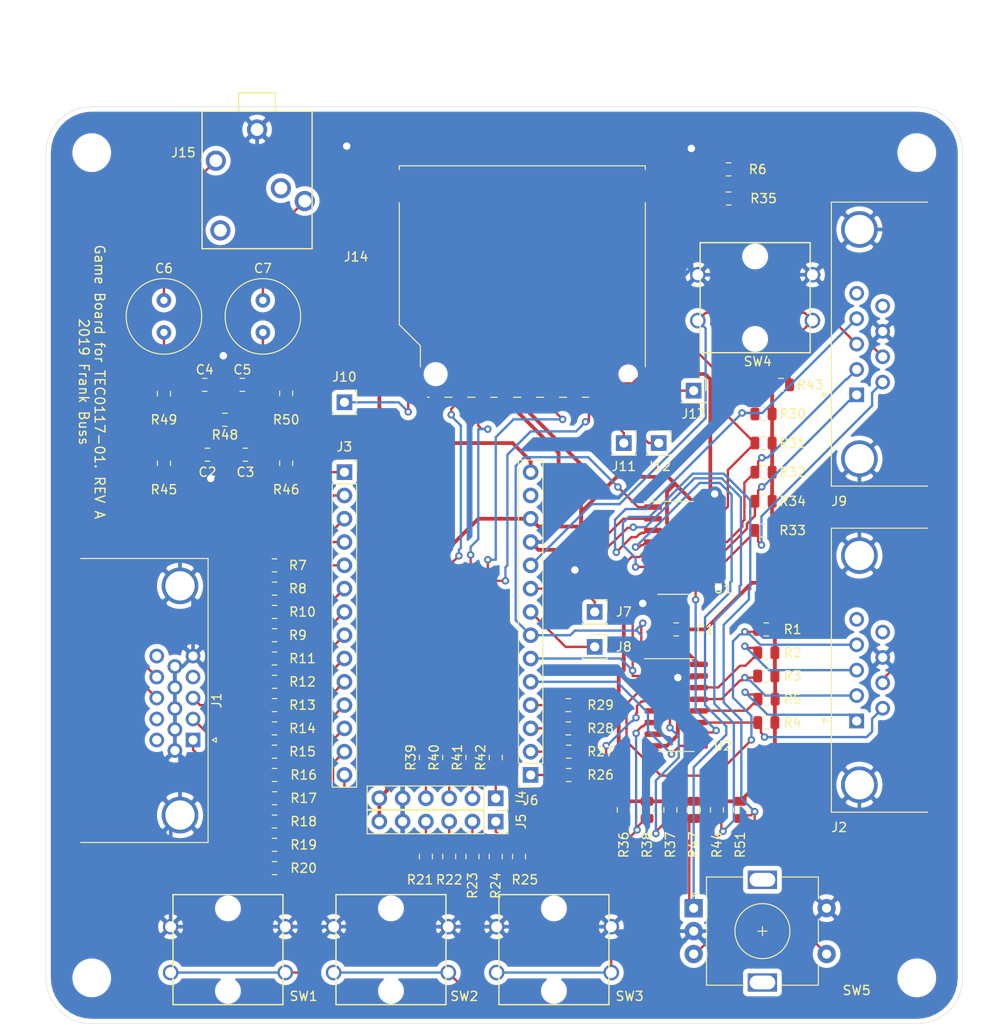
<source format=kicad_pcb>
(kicad_pcb (version 20171130) (host pcbnew "(5.1.0)")
  (layers (0 F.Cu signal) (31 B.Cu signal) (34 B.Paste user) (35 F.Paste user) (36 B.SilkS user) (37 F.SilkS user) (38 B.Mask user) (39 F.Mask user) (44 Edge.Cuts user))
  (net 0 "")
  (net 1 /CS)
  (net 2 /MOSI)
  (net 3 /CLK)
  (net 4 /MISO)
  (net 5 GND)
  (net 6 +3V3)
  (net 7 +5V)
  (net 8 "Net-(J14-Pad1)")
  (net 9 "Net-(J3-Pad4)")
  (net 10 "Net-(J3-Pad3)")
  (net 11 shift-load)
  (net 12 shift-out)
  (net 13 shift-clock)
  (net 14 "Net-(J13-Pad1)")
  (net 15 "Net-(C2-Pad1)")
  (net 16 "Net-(C3-Pad2)")
  (net 17 "Net-(C4-Pad1)")
  (net 18 "Net-(C5-Pad2)")
  (net 19 vsync)
  (net 20 hsync)
  (net 21 blue)
  (net 22 green)
  (net 23 red)
  (net 24 "Net-(J6-Pad1)")
  (net 25 "Net-(J10-Pad1)")
  (net 26 "Net-(J11-Pad1)")
  (net 27 joy1-fire)
  (net 28 joy1-right)
  (net 29 joy1-left)
  (net 30 joy1-down)
  (net 31 joy1-up)
  (net 32 joy2-fire)
  (net 33 joy2-right)
  (net 34 joy2-left)
  (net 35 joy2-down)
  (net 36 joy2-up)
  (net 37 "Net-(C6-Pad2)")
  (net 38 "Net-(C7-Pad2)")
  (net 39 /right)
  (net 40 /left)
  (net 41 "Net-(J3-Pad13)")
  (net 42 "Net-(J3-Pad10)")
  (net 43 "Net-(J5-Pad4)")
  (net 44 button1)
  (net 45 button2)
  (net 46 button3)
  (net 47 rot-b)
  (net 48 rot-a)
  (net 49 rot-button)
  (net 50 /reset)
  (net 51 "Net-(J2-Pad7)")
  (net 52 "Net-(J3-Pad14)")
  (net 53 "Net-(J3-Pad12)")
  (net 54 "Net-(J3-Pad11)")
  (net 55 "Net-(J3-Pad9)")
  (net 56 "Net-(J3-Pad8)")
  (net 57 "Net-(J3-Pad7)")
  (net 58 "Net-(J3-Pad6)")
  (net 59 "Net-(J3-Pad5)")
  (net 60 "Net-(J5-Pad3)")
  (net 61 "Net-(J5-Pad2)")
  (net 62 "Net-(J5-Pad1)")
  (net 63 "Net-(J6-Pad9)")
  (net 64 "Net-(J6-Pad8)")
  (net 65 "Net-(J6-Pad4)")
  (net 66 "Net-(J6-Pad3)")
  (net 67 "Net-(J6-Pad2)")
  (net 68 "Net-(J9-Pad7)")
  (net 69 "Net-(J12-Pad1)")
  (net 70 "Net-(J14-Pad2)")
  (net 71 "Net-(J14-Pad5)")
  (net 72 "Net-(J14-Pad7)")
  (net 73 "Net-(U1-Pad9)")
  (module TEC0117-01-game-board:sd-card (layer F.Cu) (at 182.132 50 180)
    (fp_text reference J14 (at 18.30184 3.645 180) (layer F.SilkS))
    (fp_text value SD-Card)
    (pad 1 smd rect (at 6.99184 -11.95976 180) (size 1 1.5) (layers F.Cu F.Paste F.Mask) (net 8 "Net-(J14-Pad1)"))
    (pad 2 smd rect (at 4.49184 -11.95976 180) (size 1 1.5) (layers F.Cu F.Paste F.Mask) (net 70 "Net-(J14-Pad2)"))
    (pad 3 smd rect (at 1.99184 -11.95976 180) (size 1 1.5) (layers F.Cu F.Paste F.Mask) (net 5 GND))
    (pad 4 smd rect (at -0.50816 -11.95976 180) (size 1 1.5) (layers F.Cu F.Paste F.Mask) (net 6 +3V3))
    (pad 5 smd rect (at -3.00816 -11.95976 180) (size 1 1.5) (layers F.Cu F.Paste F.Mask) (net 71 "Net-(J14-Pad5)"))
    (pad 6 smd rect (at -5.50816 -11.95976 180) (size 1 1.5) (layers F.Cu F.Paste F.Mask) (net 5 GND))
    (pad 7 smd rect (at -7.93816 -11.95976 180) (size 1 1.5) (layers F.Cu F.Paste F.Mask) (net 72 "Net-(J14-Pad7)"))
    (pad 8 smd rect (at -9.63816 -11.95976 180) (size 1 1.5) (layers F.Cu F.Paste F.Mask) (net 26 "Net-(J11-Pad1)"))
    (pad 9 smd rect (at 9.49184 -11.95976 180) (size 1 1.5) (layers F.Cu F.Paste F.Mask) (net 25 "Net-(J10-Pad1)"))
    (pad 10 smd rect (at -10.93816 -11.95976 180) (size 0.7 1.5) (layers F.Cu F.Paste F.Mask) (net 69 "Net-(J12-Pad1)"))
    (pad 11 smd rect (at -12.13816 -11.95976 180) (size 0.7 1.5) (layers F.Cu F.Paste F.Mask) (net 14 "Net-(J13-Pad1)"))
    (pad "" np_thru_hole circle (at 9.61684 -9.15976 180) (size 1.6 1.6) (drill 1.6) (layers *.Cu *.Mask))
    (pad "" np_thru_hole circle (at -11.38316 -9.15976 180) (size 1.1 1.1) (drill 1.1) (layers *.Cu *.Mask))
    (pad 12 smd rect (at 15.82 15.79024 180) (size 2 3) (layers F.Cu F.Paste F.Mask) (net 5 GND))
    (pad 12 smd rect (at -14.28 15.79024 180) (size 2 3) (layers F.Cu F.Paste F.Mask) (net 5 GND))
  )
  (module TEC0117-01-game-board:B3F-through-hole (layer F.Cu) (at 207.365 50.82)
    (fp_text reference SW4 (at 0.280001 6.965 180) (layer F.SilkS))
    (fp_text value SW_Push)
    (pad 1 thru_hole circle (at 6.25 2.5) (size 1.7 1.7) (drill 1.2) (layers *.Cu *.Mask) (net 50 /reset))
    (pad 2 thru_hole circle (at -6.25 2.5) (size 1.7 1.7) (drill 1.2) (layers *.Cu *.Mask) (net 50 /reset))
    (pad 3 thru_hole circle (at 6.25 -2.5) (size 1.7 1.7) (drill 1.2) (layers *.Cu *.Mask) (net 5 GND))
    (pad 4 thru_hole circle (at -6.25 -2.5) (size 1.7 1.7) (drill 1.2) (layers *.Cu *.Mask) (net 5 GND))
    (pad "" np_thru_hole circle (at 0 -4.5) (size 1.8 1.8) (drill 1.8) (layers *.Cu *.Mask))
    (pad "" np_thru_hole circle (at 0 4.5) (size 1.8 1.8) (drill 1.8) (layers *.Cu *.Mask))
  )
  (module Resistor_SMD:R_0805_2012Metric (layer F.Cu) (at 210.185 60.325)
    (fp_text reference R43 (at 3.175 0 180) (layer F.SilkS))
    (fp_text value 10k)
    (pad 2 smd roundrect (at 0.9375 0) (size 0.975 1.4) (layers F.Cu F.Paste F.Mask) (net 50 /reset))
    (pad 1 smd roundrect (at -0.9375 0) (size 0.975 1.4) (layers F.Cu F.Paste F.Mask) (net 6 +3V3))
  )
  (module Rotary_Encoder:RotaryEncoder_Alps_EC11E-Switch_Vertical_H20mm (layer F.Cu) (at 200.66 117.4)
    (fp_text reference SW5 (at 17.78 8.965) (layer F.SilkS))
    (fp_text value Rotary_Encoder_Switch)
    (pad A thru_hole rect (at 0 0) (size 2 2) (drill 1) (layers *.Cu *.Mask) (net 48 rot-a))
    (pad C thru_hole circle (at 0 2.5) (size 2 2) (drill 1) (layers *.Cu *.Mask) (net 5 GND))
    (pad B thru_hole circle (at 0 5) (size 2 2) (drill 1) (layers *.Cu *.Mask) (net 47 rot-b))
    (pad MP thru_hole rect (at 7.5 -3.1) (size 3.2 2) (drill oval 2.8 1.5) (layers *.Cu *.Mask))
    (pad MP thru_hole rect (at 7.5 8.1) (size 3.2 2) (drill oval 2.8 1.5) (layers *.Cu *.Mask))
    (pad S2 thru_hole circle (at 14.5 0) (size 2 2) (drill 1) (layers *.Cu *.Mask) (net 5 GND))
    (pad S1 thru_hole circle (at 14.5 5) (size 2 2) (drill 1) (layers *.Cu *.Mask) (net 49 rot-button))
  )
  (module TEC0117-01-game-board:B3F-through-hole (layer F.Cu) (at 167.64 121.92)
    (fp_text reference SW2 (at 8 5.08 180) (layer F.SilkS))
    (fp_text value SW_Push)
    (pad 1 thru_hole circle (at 6.25 2.5) (size 1.7 1.7) (drill 1.2) (layers *.Cu *.Mask) (net 45 button2))
    (pad 2 thru_hole circle (at -6.25 2.5) (size 1.7 1.7) (drill 1.2) (layers *.Cu *.Mask) (net 45 button2))
    (pad 3 thru_hole circle (at 6.25 -2.5) (size 1.7 1.7) (drill 1.2) (layers *.Cu *.Mask) (net 5 GND))
    (pad 4 thru_hole circle (at -6.25 -2.5) (size 1.7 1.7) (drill 1.2) (layers *.Cu *.Mask) (net 5 GND))
    (pad "" np_thru_hole circle (at 0 -4.5) (size 1.8 1.8) (drill 1.8) (layers *.Cu *.Mask))
    (pad "" np_thru_hole circle (at 0 4.5) (size 1.8 1.8) (drill 1.8) (layers *.Cu *.Mask))
  )
  (module TEC0117-01-game-board:B3F-through-hole (layer F.Cu) (at 185.42 121.92)
    (fp_text reference SW3 (at 8.255 5.08 180) (layer F.SilkS))
    (fp_text value SW_Push)
    (pad 1 thru_hole circle (at 6.25 2.5) (size 1.7 1.7) (drill 1.2) (layers *.Cu *.Mask) (net 46 button3))
    (pad 2 thru_hole circle (at -6.25 2.5) (size 1.7 1.7) (drill 1.2) (layers *.Cu *.Mask) (net 46 button3))
    (pad 3 thru_hole circle (at 6.25 -2.5) (size 1.7 1.7) (drill 1.2) (layers *.Cu *.Mask) (net 5 GND))
    (pad 4 thru_hole circle (at -6.25 -2.5) (size 1.7 1.7) (drill 1.2) (layers *.Cu *.Mask) (net 5 GND))
    (pad "" np_thru_hole circle (at 0 -4.5) (size 1.8 1.8) (drill 1.8) (layers *.Cu *.Mask))
    (pad "" np_thru_hole circle (at 0 4.5) (size 1.8 1.8) (drill 1.8) (layers *.Cu *.Mask))
  )
  (module TEC0117-01-game-board:B3F-through-hole (layer F.Cu) (at 149.86 121.92)
    (fp_text reference SW1 (at 8.255 5.08 180) (layer F.SilkS))
    (fp_text value SW_Push)
    (pad 1 thru_hole circle (at 6.25 2.5) (size 1.7 1.7) (drill 1.2) (layers *.Cu *.Mask) (net 44 button1))
    (pad 2 thru_hole circle (at -6.25 2.5) (size 1.7 1.7) (drill 1.2) (layers *.Cu *.Mask) (net 44 button1))
    (pad 3 thru_hole circle (at 6.25 -2.5) (size 1.7 1.7) (drill 1.2) (layers *.Cu *.Mask) (net 5 GND))
    (pad 4 thru_hole circle (at -6.25 -2.5) (size 1.7 1.7) (drill 1.2) (layers *.Cu *.Mask) (net 5 GND))
    (pad "" np_thru_hole circle (at 0 -4.5) (size 1.8 1.8) (drill 1.8) (layers *.Cu *.Mask))
    (pad "" np_thru_hole circle (at 0 4.5) (size 1.8 1.8) (drill 1.8) (layers *.Cu *.Mask))
  )
  (module Resistor_SMD:R_0805_2012Metric (layer F.Cu) (at 205.74 106.68 270)
    (fp_text reference R51 (at 3.81 0 270) (layer F.SilkS))
    (fp_text value 10k)
    (pad 2 smd roundrect (at 0.9375 0 270) (size 0.975 1.4) (layers F.Cu F.Paste F.Mask) (net 49 rot-button))
    (pad 1 smd roundrect (at -0.9375 0 270) (size 0.975 1.4) (layers F.Cu F.Paste F.Mask) (net 6 +3V3))
  )
  (module Resistor_SMD:R_0805_2012Metric (layer F.Cu) (at 200.66 106.68 270)
    (fp_text reference R47 (at 3.81 0 270) (layer F.SilkS))
    (fp_text value 10k)
    (pad 2 smd roundrect (at 0.9375 0 270) (size 0.975 1.4) (layers F.Cu F.Paste F.Mask) (net 48 rot-a))
    (pad 1 smd roundrect (at -0.9375 0 270) (size 0.975 1.4) (layers F.Cu F.Paste F.Mask) (net 6 +3V3))
  )
  (module Resistor_SMD:R_0805_2012Metric (layer F.Cu) (at 203.2 106.68 270)
    (fp_text reference R44 (at 3.81 0 270) (layer F.SilkS))
    (fp_text value 10k)
    (pad 2 smd roundrect (at 0.9375 0 270) (size 0.975 1.4) (layers F.Cu F.Paste F.Mask) (net 47 rot-b))
    (pad 1 smd roundrect (at -0.9375 0 270) (size 0.975 1.4) (layers F.Cu F.Paste F.Mask) (net 6 +3V3))
  )
  (module Resistor_SMD:R_0805_2012Metric (layer F.Cu) (at 195.58 106.68 270)
    (fp_text reference R38 (at 3.81 0 270) (layer F.SilkS))
    (fp_text value 10k)
    (pad 2 smd roundrect (at 0.9375 0 270) (size 0.975 1.4) (layers F.Cu F.Paste F.Mask) (net 46 button3))
    (pad 1 smd roundrect (at -0.9375 0 270) (size 0.975 1.4) (layers F.Cu F.Paste F.Mask) (net 6 +3V3))
  )
  (module Resistor_SMD:R_0805_2012Metric (layer F.Cu) (at 198.12 106.68 270)
    (fp_text reference R37 (at 3.81 0 270) (layer F.SilkS))
    (fp_text value 10k)
    (pad 2 smd roundrect (at 0.9375 0 270) (size 0.975 1.4) (layers F.Cu F.Paste F.Mask) (net 45 button2))
    (pad 1 smd roundrect (at -0.9375 0 270) (size 0.975 1.4) (layers F.Cu F.Paste F.Mask) (net 6 +3V3))
  )
  (module Resistor_SMD:R_0805_2012Metric (layer F.Cu) (at 193.04 106.68 270)
    (fp_text reference R36 (at 3.81 0 270) (layer F.SilkS))
    (fp_text value 10k)
    (pad 2 smd roundrect (at 0.9375 0 270) (size 0.975 1.4) (layers F.Cu F.Paste F.Mask) (net 44 button1))
    (pad 1 smd roundrect (at -0.9375 0 270) (size 0.975 1.4) (layers F.Cu F.Paste F.Mask) (net 6 +3V3))
  )
  (module MountingHole:MountingHole_3.2mm_M3 (layer F.Cu) (at 135 35)
    (fp_text reference H4 hide)
    (fp_text value MountingHole)
    (pad 1 np_thru_hole circle (at 0 0) (size 3.2 3.2) (drill 3.2) (layers *.Cu *.Mask))
  )
  (module MountingHole:MountingHole_3.2mm_M3 (layer F.Cu) (at 225 35)
    (fp_text reference H3 hide)
    (fp_text value MountingHole)
    (pad 1 np_thru_hole circle (at 0 0) (size 3.2 3.2) (drill 3.2) (layers *.Cu *.Mask))
  )
  (module MountingHole:MountingHole_3.2mm_M3 (layer F.Cu) (at 225 125)
    (fp_text reference H2 hide)
    (fp_text value MountingHole)
    (pad 1 np_thru_hole circle (at 0 0) (size 3.2 3.2) (drill 3.2) (layers *.Cu *.Mask))
  )
  (module MountingHole:MountingHole_3.2mm_M3 (layer F.Cu) (at 135 125)
    (fp_text reference H1 hide)
    (fp_text value MountingHole)
    (pad 1 np_thru_hole circle (at 0 0) (size 3.2 3.2) (drill 3.2) (layers *.Cu *.Mask))
  )
  (module Connector_Dsub:DSUB-15-HD_Female_Horizontal_P2.29x1.98mm_EdgePinOffset8.35mm_Housed_MountingHolesOffset10.89mm (layer F.Cu) (at 146.05 99.06 270)
    (fp_text reference J1 (at -4.315 -2.58 270) (layer F.SilkS))
    (fp_text value DB15_Female_HighDensity_MountingHoles)
    (pad 0 thru_hole circle (at 8.185 1.42 270) (size 4 4) (drill 3.2) (layers *.Cu *.Mask) (net 5 GND))
    (pad 0 thru_hole circle (at -16.815 1.42 270) (size 4 4) (drill 3.2) (layers *.Cu *.Mask) (net 5 GND))
    (pad 15 thru_hole circle (at -9.16 3.96 270) (size 1.6 1.6) (drill 1) (layers *.Cu *.Mask))
    (pad 14 thru_hole circle (at -6.87 3.96 270) (size 1.6 1.6) (drill 1) (layers *.Cu *.Mask) (net 19 vsync))
    (pad 13 thru_hole circle (at -4.58 3.96 270) (size 1.6 1.6) (drill 1) (layers *.Cu *.Mask) (net 20 hsync))
    (pad 12 thru_hole circle (at -2.29 3.96 270) (size 1.6 1.6) (drill 1) (layers *.Cu *.Mask))
    (pad 11 thru_hole circle (at 0 3.96 270) (size 1.6 1.6) (drill 1) (layers *.Cu *.Mask))
    (pad 10 thru_hole circle (at -8.015 1.98 270) (size 1.6 1.6) (drill 1) (layers *.Cu *.Mask) (net 5 GND))
    (pad 9 thru_hole circle (at -5.725 1.98 270) (size 1.6 1.6) (drill 1) (layers *.Cu *.Mask) (net 5 GND))
    (pad 8 thru_hole circle (at -3.435 1.98 270) (size 1.6 1.6) (drill 1) (layers *.Cu *.Mask) (net 5 GND))
    (pad 7 thru_hole circle (at -1.145 1.98 270) (size 1.6 1.6) (drill 1) (layers *.Cu *.Mask) (net 5 GND))
    (pad 6 thru_hole circle (at 1.145 1.98 270) (size 1.6 1.6) (drill 1) (layers *.Cu *.Mask) (net 5 GND))
    (pad 5 thru_hole circle (at -9.16 0 270) (size 1.6 1.6) (drill 1) (layers *.Cu *.Mask) (net 5 GND))
    (pad 4 thru_hole circle (at -6.87 0 270) (size 1.6 1.6) (drill 1) (layers *.Cu *.Mask))
    (pad 3 thru_hole circle (at -4.58 0 270) (size 1.6 1.6) (drill 1) (layers *.Cu *.Mask) (net 21 blue))
    (pad 2 thru_hole circle (at -2.29 0 270) (size 1.6 1.6) (drill 1) (layers *.Cu *.Mask) (net 22 green))
    (pad 1 thru_hole rect (at 0 0 270) (size 1.6 1.6) (drill 1) (layers *.Cu *.Mask) (net 23 red))
  )
  (module audio-jack:ft6320 (layer F.Cu) (at 153.035 30.48 270)
    (fp_text reference J15 (at 4.52 8.035) (layer F.SilkS))
    (fp_text value AudioJack2_Dual_Ground_Switch)
    (pad SN1 thru_hole circle (at 13 4 270) (size 2.2 2.2) (drill 1.4) (layers *.Cu *.Mask))
    (pad T1 thru_hole circle (at 9.8 -5.2 270) (size 2.2 2.2) (drill 1.4) (layers *.Cu *.Mask) (net 38 "Net-(C7-Pad2)"))
    (pad TN1 thru_hole circle (at 8.4 -2.6 270) (size 2.2 2.2) (drill 1.4) (layers *.Cu *.Mask))
    (pad S1 thru_hole circle (at 5.4 4.5 270) (size 2.2 2.2) (drill 1.4) (layers *.Cu *.Mask) (net 37 "Net-(C6-Pad2)"))
    (pad G thru_hole circle (at 2 0 270) (size 2.2 2.2) (drill 1.4) (layers *.Cu *.Mask) (net 5 GND))
  )
  (module Package_SO:SOIC-16_3.9x9.9mm_P1.27mm (layer F.Cu) (at 198.69 78.105)
    (fp_text reference U1 (at 5.145 4.445) (layer F.SilkS))
    (fp_text value 74HC165D)
    (pad 16 smd roundrect (at 2.475 -4.445) (size 1.95 0.6) (layers F.Cu F.Paste F.Mask) (net 6 +3V3))
    (pad 15 smd roundrect (at 2.475 -3.175) (size 1.95 0.6) (layers F.Cu F.Paste F.Mask) (net 5 GND))
    (pad 14 smd roundrect (at 2.475 -1.905) (size 1.95 0.6) (layers F.Cu F.Paste F.Mask) (net 34 joy2-left))
    (pad 13 smd roundrect (at 2.475 -0.635) (size 1.95 0.6) (layers F.Cu F.Paste F.Mask) (net 35 joy2-down))
    (pad 12 smd roundrect (at 2.475 0.635) (size 1.95 0.6) (layers F.Cu F.Paste F.Mask) (net 36 joy2-up))
    (pad 11 smd roundrect (at 2.475 1.905) (size 1.95 0.6) (layers F.Cu F.Paste F.Mask) (net 32 joy2-fire))
    (pad 10 smd roundrect (at 2.475 3.175) (size 1.95 0.6) (layers F.Cu F.Paste F.Mask) (net 5 GND))
    (pad 9 smd roundrect (at 2.475 4.445) (size 1.95 0.6) (layers F.Cu F.Paste F.Mask) (net 73 "Net-(U1-Pad9)"))
    (pad 8 smd roundrect (at -2.475 4.445) (size 1.95 0.6) (layers F.Cu F.Paste F.Mask) (net 5 GND))
    (pad 7 smd roundrect (at -2.475 3.175) (size 1.95 0.6) (layers F.Cu F.Paste F.Mask))
    (pad 6 smd roundrect (at -2.475 1.905) (size 1.95 0.6) (layers F.Cu F.Paste F.Mask) (net 49 rot-button))
    (pad 5 smd roundrect (at -2.475 0.635) (size 1.95 0.6) (layers F.Cu F.Paste F.Mask) (net 47 rot-b))
    (pad 4 smd roundrect (at -2.475 -0.635) (size 1.95 0.6) (layers F.Cu F.Paste F.Mask) (net 48 rot-a))
    (pad 3 smd roundrect (at -2.475 -1.905) (size 1.95 0.6) (layers F.Cu F.Paste F.Mask) (net 33 joy2-right))
    (pad 2 smd roundrect (at -2.475 -3.175) (size 1.95 0.6) (layers F.Cu F.Paste F.Mask) (net 13 shift-clock))
    (pad 1 smd roundrect (at -2.475 -4.445) (size 1.95 0.6) (layers F.Cu F.Paste F.Mask) (net 11 shift-load))
  )
  (module Package_SO:SOIC-16_3.9x9.9mm_P1.27mm (layer F.Cu) (at 198.755 95.25)
    (fp_text reference U2 (at 5.08 4.445) (layer F.SilkS))
    (fp_text value 74HC165D)
    (pad 16 smd roundrect (at 2.475 -4.445) (size 1.95 0.6) (layers F.Cu F.Paste F.Mask) (net 6 +3V3))
    (pad 15 smd roundrect (at 2.475 -3.175) (size 1.95 0.6) (layers F.Cu F.Paste F.Mask) (net 5 GND))
    (pad 14 smd roundrect (at 2.475 -1.905) (size 1.95 0.6) (layers F.Cu F.Paste F.Mask) (net 29 joy1-left))
    (pad 13 smd roundrect (at 2.475 -0.635) (size 1.95 0.6) (layers F.Cu F.Paste F.Mask) (net 30 joy1-down))
    (pad 12 smd roundrect (at 2.475 0.635) (size 1.95 0.6) (layers F.Cu F.Paste F.Mask) (net 31 joy1-up))
    (pad 11 smd roundrect (at 2.475 1.905) (size 1.95 0.6) (layers F.Cu F.Paste F.Mask) (net 27 joy1-fire))
    (pad 10 smd roundrect (at 2.475 3.175) (size 1.95 0.6) (layers F.Cu F.Paste F.Mask) (net 73 "Net-(U1-Pad9)"))
    (pad 9 smd roundrect (at 2.475 4.445) (size 1.95 0.6) (layers F.Cu F.Paste F.Mask) (net 12 shift-out))
    (pad 8 smd roundrect (at -2.475 4.445) (size 1.95 0.6) (layers F.Cu F.Paste F.Mask) (net 5 GND))
    (pad 7 smd roundrect (at -2.475 3.175) (size 1.95 0.6) (layers F.Cu F.Paste F.Mask))
    (pad 6 smd roundrect (at -2.475 1.905) (size 1.95 0.6) (layers F.Cu F.Paste F.Mask) (net 46 button3))
    (pad 5 smd roundrect (at -2.475 0.635) (size 1.95 0.6) (layers F.Cu F.Paste F.Mask) (net 45 button2))
    (pad 4 smd roundrect (at -2.475 -0.635) (size 1.95 0.6) (layers F.Cu F.Paste F.Mask) (net 44 button1))
    (pad 3 smd roundrect (at -2.475 -1.905) (size 1.95 0.6) (layers F.Cu F.Paste F.Mask) (net 28 joy1-right))
    (pad 2 smd roundrect (at -2.475 -3.175) (size 1.95 0.6) (layers F.Cu F.Paste F.Mask) (net 13 shift-clock))
    (pad 1 smd roundrect (at -2.475 -4.445) (size 1.95 0.6) (layers F.Cu F.Paste F.Mask) (net 11 shift-load))
  )
  (module Resistor_SMD:R_0805_2012Metric (layer F.Cu) (at 156.21 61.2625 270)
    (fp_text reference R50 (at 2.8725 0) (layer F.SilkS))
    (fp_text value 560)
    (pad 2 smd roundrect (at 0.9375 0 270) (size 0.975 1.4) (layers F.Cu F.Paste F.Mask) (net 16 "Net-(C3-Pad2)"))
    (pad 1 smd roundrect (at -0.9375 0 270) (size 0.975 1.4) (layers F.Cu F.Paste F.Mask) (net 18 "Net-(C5-Pad2)"))
  )
  (module Resistor_SMD:R_0805_2012Metric (layer F.Cu) (at 142.875 61.2925 270)
    (fp_text reference R49 (at 2.8425 0) (layer F.SilkS))
    (fp_text value 560)
    (pad 2 smd roundrect (at 0.9375 0 270) (size 0.975 1.4) (layers F.Cu F.Paste F.Mask) (net 15 "Net-(C2-Pad1)"))
    (pad 1 smd roundrect (at -0.9375 0 270) (size 0.975 1.4) (layers F.Cu F.Paste F.Mask) (net 17 "Net-(C4-Pad1)"))
  )
  (module Resistor_SMD:R_0805_2012Metric (layer F.Cu) (at 149.528 64.135 180)
    (fp_text reference R48 (at 0 -1.65 180) (layer F.SilkS))
    (fp_text value 1k)
    (pad 2 smd roundrect (at 0.9375 0 180) (size 0.975 1.4) (layers F.Cu F.Paste F.Mask) (net 15 "Net-(C2-Pad1)"))
    (pad 1 smd roundrect (at -0.9375 0 180) (size 0.975 1.4) (layers F.Cu F.Paste F.Mask) (net 16 "Net-(C3-Pad2)"))
  )
  (module Resistor_SMD:R_0805_2012Metric (layer F.Cu) (at 156.21 68.8825 270)
    (fp_text reference R46 (at 2.8725 0) (layer F.SilkS))
    (fp_text value 560)
    (pad 2 smd roundrect (at 0.9375 0 270) (size 0.975 1.4) (layers F.Cu F.Paste F.Mask) (net 40 /left))
    (pad 1 smd roundrect (at -0.9375 0 270) (size 0.975 1.4) (layers F.Cu F.Paste F.Mask) (net 16 "Net-(C3-Pad2)"))
  )
  (module Resistor_SMD:R_0805_2012Metric (layer F.Cu) (at 142.875 68.8825 270)
    (fp_text reference R45 (at 2.8725 0) (layer F.SilkS))
    (fp_text value 560)
    (pad 2 smd roundrect (at 0.9375 0 270) (size 0.975 1.4) (layers F.Cu F.Paste F.Mask) (net 39 /right))
    (pad 1 smd roundrect (at -0.9375 0 270) (size 0.975 1.4) (layers F.Cu F.Paste F.Mask) (net 15 "Net-(C2-Pad1)"))
  )
  (module Resistor_SMD:R_0805_2012Metric (layer F.Cu) (at 154.94 87.63)
    (fp_text reference R9 (at 2.54 0) (layer F.SilkS))
    (fp_text value 1k)
    (pad 2 smd roundrect (at 0.9375 0) (size 0.975 1.4) (layers F.Cu F.Paste F.Mask) (net 59 "Net-(J3-Pad5)"))
    (pad 1 smd roundrect (at -0.9375 0) (size 0.975 1.4) (layers F.Cu F.Paste F.Mask) (net 21 blue))
  )
  (module Resistor_SMD:R_0805_2012Metric (layer F.Cu) (at 154.94 85.09)
    (fp_text reference R10 (at 3.048 0) (layer F.SilkS))
    (fp_text value 1k1)
    (pad 2 smd roundrect (at 0.9375 0) (size 0.975 1.4) (layers F.Cu F.Paste F.Mask) (net 59 "Net-(J3-Pad5)"))
    (pad 1 smd roundrect (at -0.9375 0) (size 0.975 1.4) (layers F.Cu F.Paste F.Mask) (net 21 blue))
  )
  (module Resistor_SMD:R_0805_2012Metric (layer F.Cu) (at 154.94 90.17)
    (fp_text reference R11 (at 3.048 0) (layer F.SilkS))
    (fp_text value 1k1)
    (pad 2 smd roundrect (at 0.9375 0) (size 0.975 1.4) (layers F.Cu F.Paste F.Mask) (net 58 "Net-(J3-Pad6)"))
    (pad 1 smd roundrect (at -0.9375 0) (size 0.975 1.4) (layers F.Cu F.Paste F.Mask) (net 21 blue))
  )
  (module Resistor_SMD:R_0805_2012Metric (layer F.Cu) (at 154.94 92.71)
    (fp_text reference R12 (at 3.048 0) (layer F.SilkS))
    (fp_text value 2k2)
    (pad 2 smd roundrect (at 0.9375 0) (size 0.975 1.4) (layers F.Cu F.Paste F.Mask) (net 57 "Net-(J3-Pad7)"))
    (pad 1 smd roundrect (at -0.9375 0) (size 0.975 1.4) (layers F.Cu F.Paste F.Mask) (net 21 blue))
  )
  (module Resistor_SMD:R_0805_2012Metric (layer F.Cu) (at 154.94 95.25)
    (fp_text reference R13 (at 3.048 0) (layer F.SilkS))
    (fp_text value 4k3)
    (pad 2 smd roundrect (at 0.9375 0) (size 0.975 1.4) (layers F.Cu F.Paste F.Mask) (net 56 "Net-(J3-Pad8)"))
    (pad 1 smd roundrect (at -0.9375 0) (size 0.975 1.4) (layers F.Cu F.Paste F.Mask) (net 21 blue))
  )
  (module Resistor_SMD:R_0805_2012Metric (layer F.Cu) (at 154.94 97.79)
    (fp_text reference R14 (at 3.048 0) (layer F.SilkS))
    (fp_text value 9k1)
    (pad 2 smd roundrect (at 0.9375 0) (size 0.975 1.4) (layers F.Cu F.Paste F.Mask) (net 55 "Net-(J3-Pad9)"))
    (pad 1 smd roundrect (at -0.9375 0) (size 0.975 1.4) (layers F.Cu F.Paste F.Mask) (net 21 blue))
  )
  (module Resistor_SMD:R_0805_2012Metric (layer F.Cu) (at 154.94 100.33)
    (fp_text reference R15 (at 3.048 0) (layer F.SilkS))
    (fp_text value 18k)
    (pad 2 smd roundrect (at 0.9375 0) (size 0.975 1.4) (layers F.Cu F.Paste F.Mask) (net 42 "Net-(J3-Pad10)"))
    (pad 1 smd roundrect (at -0.9375 0) (size 0.975 1.4) (layers F.Cu F.Paste F.Mask) (net 21 blue))
  )
  (module Resistor_SMD:R_0805_2012Metric (layer F.Cu) (at 204.47 40.005 180)
    (fp_text reference R35 (at -3.81 0 180) (layer F.SilkS))
    (fp_text value 100)
    (pad 2 smd roundrect (at 0.9375 0 180) (size 0.975 1.4) (layers F.Cu F.Paste F.Mask) (net 7 +5V))
    (pad 1 smd roundrect (at -0.9375 0 180) (size 0.975 1.4) (layers F.Cu F.Paste F.Mask) (net 68 "Net-(J9-Pad7)"))
  )
  (module Resistor_SMD:R_0805_2012Metric (layer F.Cu) (at 179.07 100.965 90)
    (fp_text reference R42 (at 0 -1.65 90) (layer F.SilkS))
    (fp_text value 1k)
    (pad 2 smd roundrect (at 0.9375 0 90) (size 0.975 1.4) (layers F.Cu F.Paste F.Mask) (net 72 "Net-(J14-Pad7)"))
    (pad 1 smd roundrect (at -0.9375 0 90) (size 0.975 1.4) (layers F.Cu F.Paste F.Mask) (net 4 /MISO))
  )
  (module Resistor_SMD:R_0805_2012Metric (layer F.Cu) (at 176.53 100.965 90)
    (fp_text reference R41 (at 0 -1.65 90) (layer F.SilkS))
    (fp_text value 1k)
    (pad 2 smd roundrect (at 0.9375 0 90) (size 0.975 1.4) (layers F.Cu F.Paste F.Mask) (net 71 "Net-(J14-Pad5)"))
    (pad 1 smd roundrect (at -0.9375 0 90) (size 0.975 1.4) (layers F.Cu F.Paste F.Mask) (net 3 /CLK))
  )
  (module Resistor_SMD:R_0805_2012Metric (layer F.Cu) (at 173.99 100.965 90)
    (fp_text reference R40 (at 0 -1.65 90) (layer F.SilkS))
    (fp_text value 1k)
    (pad 2 smd roundrect (at 0.9375 0 90) (size 0.975 1.4) (layers F.Cu F.Paste F.Mask) (net 70 "Net-(J14-Pad2)"))
    (pad 1 smd roundrect (at -0.9375 0 90) (size 0.975 1.4) (layers F.Cu F.Paste F.Mask) (net 2 /MOSI))
  )
  (module Resistor_SMD:R_0805_2012Metric (layer F.Cu) (at 171.45 100.965 90)
    (fp_text reference R39 (at 0 -1.65 90) (layer F.SilkS))
    (fp_text value 1k)
    (pad 2 smd roundrect (at 0.9375 0 90) (size 0.975 1.4) (layers F.Cu F.Paste F.Mask) (net 8 "Net-(J14-Pad1)"))
    (pad 1 smd roundrect (at -0.9375 0 90) (size 0.975 1.4) (layers F.Cu F.Paste F.Mask) (net 1 /CS))
  )
  (module Resistor_SMD:R_0805_2012Metric (layer F.Cu) (at 208.28 73.025)
    (fp_text reference R34 (at 3.175 0) (layer F.SilkS))
    (fp_text value 10k)
    (pad 2 smd roundrect (at 0.9375 0) (size 0.975 1.4) (layers F.Cu F.Paste F.Mask) (net 6 +3V3))
    (pad 1 smd roundrect (at -0.9375 0) (size 0.975 1.4) (layers F.Cu F.Paste F.Mask) (net 36 joy2-up))
  )
  (module Resistor_SMD:R_0805_2012Metric (layer F.Cu) (at 208.28 76.2)
    (fp_text reference R33 (at 3.175 0) (layer F.SilkS))
    (fp_text value 10k)
    (pad 2 smd roundrect (at 0.9375 0) (size 0.975 1.4) (layers F.Cu F.Paste F.Mask) (net 6 +3V3))
    (pad 1 smd roundrect (at -0.9375 0) (size 0.975 1.4) (layers F.Cu F.Paste F.Mask) (net 32 joy2-fire))
  )
  (module Resistor_SMD:R_0805_2012Metric (layer F.Cu) (at 208.28 69.85)
    (fp_text reference R32 (at 3.175 0) (layer F.SilkS))
    (fp_text value 10k)
    (pad 2 smd roundrect (at 0.9375 0) (size 0.975 1.4) (layers F.Cu F.Paste F.Mask) (net 6 +3V3))
    (pad 1 smd roundrect (at -0.9375 0) (size 0.975 1.4) (layers F.Cu F.Paste F.Mask) (net 35 joy2-down))
  )
  (module Resistor_SMD:R_0805_2012Metric (layer F.Cu) (at 208.28 66.675)
    (fp_text reference R31 (at 3.175 0) (layer F.SilkS))
    (fp_text value 10k)
    (pad 2 smd roundrect (at 0.9375 0) (size 0.975 1.4) (layers F.Cu F.Paste F.Mask) (net 6 +3V3))
    (pad 1 smd roundrect (at -0.9375 0) (size 0.975 1.4) (layers F.Cu F.Paste F.Mask) (net 34 joy2-left))
  )
  (module Resistor_SMD:R_0805_2012Metric (layer F.Cu) (at 208.28 63.5)
    (fp_text reference R30 (at 3.175 0) (layer F.SilkS))
    (fp_text value 10k)
    (pad 2 smd roundrect (at 0.9375 0) (size 0.975 1.4) (layers F.Cu F.Paste F.Mask) (net 6 +3V3))
    (pad 1 smd roundrect (at -0.9375 0) (size 0.975 1.4) (layers F.Cu F.Paste F.Mask) (net 33 joy2-right))
  )
  (module Resistor_SMD:R_0805_2012Metric (layer F.Cu) (at 154.94 80.01)
    (fp_text reference R7 (at 2.54 0) (layer F.SilkS))
    (fp_text value 100)
    (pad 2 smd roundrect (at 0.9375 0) (size 0.975 1.4) (layers F.Cu F.Paste F.Mask) (net 10 "Net-(J3-Pad3)"))
    (pad 1 smd roundrect (at -0.9375 0) (size 0.975 1.4) (layers F.Cu F.Paste F.Mask) (net 20 hsync))
  )
  (module Resistor_SMD:R_0805_2012Metric (layer F.Cu) (at 186.992 95.25 180)
    (fp_text reference R29 (at -3.5075 0 180) (layer F.SilkS))
    (fp_text value 18k)
    (pad 2 smd roundrect (at 0.9375 0 180) (size 0.975 1.4) (layers F.Cu F.Paste F.Mask) (net 65 "Net-(J6-Pad4)"))
    (pad 1 smd roundrect (at -0.9375 0 180) (size 0.975 1.4) (layers F.Cu F.Paste F.Mask) (net 23 red))
  )
  (module Resistor_SMD:R_0805_2012Metric (layer F.Cu) (at 186.992 97.79 180)
    (fp_text reference R28 (at -3.5075 0 180) (layer F.SilkS))
    (fp_text value 9k1)
    (pad 2 smd roundrect (at 0.9375 0 180) (size 0.975 1.4) (layers F.Cu F.Paste F.Mask) (net 66 "Net-(J6-Pad3)"))
    (pad 1 smd roundrect (at -0.9375 0 180) (size 0.975 1.4) (layers F.Cu F.Paste F.Mask) (net 23 red))
  )
  (module Resistor_SMD:R_0805_2012Metric (layer F.Cu) (at 187.022 100.33 180)
    (fp_text reference R27 (at -3.4775 0 180) (layer F.SilkS))
    (fp_text value 4k3)
    (pad 2 smd roundrect (at 0.9375 0 180) (size 0.975 1.4) (layers F.Cu F.Paste F.Mask) (net 67 "Net-(J6-Pad2)"))
    (pad 1 smd roundrect (at -0.9375 0 180) (size 0.975 1.4) (layers F.Cu F.Paste F.Mask) (net 23 red))
  )
  (module Resistor_SMD:R_0805_2012Metric (layer F.Cu) (at 187.022 102.87 180)
    (fp_text reference R26 (at -3.4775 0 180) (layer F.SilkS))
    (fp_text value 2k2)
    (pad 2 smd roundrect (at 0.9375 0 180) (size 0.975 1.4) (layers F.Cu F.Paste F.Mask) (net 24 "Net-(J6-Pad1)"))
    (pad 1 smd roundrect (at -0.9375 0 180) (size 0.975 1.4) (layers F.Cu F.Paste F.Mask) (net 23 red))
  )
  (module Resistor_SMD:R_0805_2012Metric (layer F.Cu) (at 181.61 111.76 90)
    (fp_text reference R25 (at -2.54 0.635 180) (layer F.SilkS))
    (fp_text value 1k1)
    (pad 2 smd roundrect (at 0.9375 0 90) (size 0.975 1.4) (layers F.Cu F.Paste F.Mask) (net 62 "Net-(J5-Pad1)"))
    (pad 1 smd roundrect (at -0.9375 0 90) (size 0.975 1.4) (layers F.Cu F.Paste F.Mask) (net 23 red))
  )
  (module Resistor_SMD:R_0805_2012Metric (layer F.Cu) (at 179.07 111.76 90)
    (fp_text reference R24 (at -3.175 0 90) (layer F.SilkS))
    (fp_text value 1k1)
    (pad 2 smd roundrect (at 0.9375 0 90) (size 0.975 1.4) (layers F.Cu F.Paste F.Mask) (net 61 "Net-(J5-Pad2)"))
    (pad 1 smd roundrect (at -0.9375 0 90) (size 0.975 1.4) (layers F.Cu F.Paste F.Mask) (net 23 red))
  )
  (module Resistor_SMD:R_0805_2012Metric (layer F.Cu) (at 176.53 111.76 90)
    (fp_text reference R23 (at -3.175 0 270) (layer F.SilkS))
    (fp_text value 1k)
    (pad 2 smd roundrect (at 0.9375 0 90) (size 0.975 1.4) (layers F.Cu F.Paste F.Mask) (net 61 "Net-(J5-Pad2)"))
    (pad 1 smd roundrect (at -0.9375 0 90) (size 0.975 1.4) (layers F.Cu F.Paste F.Mask) (net 23 red))
  )
  (module Resistor_SMD:R_0805_2012Metric (layer F.Cu) (at 173.99 111.76 90)
    (fp_text reference R22 (at -2.54 0 180) (layer F.SilkS))
    (fp_text value 18k)
    (pad 2 smd roundrect (at 0.9375 0 90) (size 0.975 1.4) (layers F.Cu F.Paste F.Mask) (net 60 "Net-(J5-Pad3)"))
    (pad 1 smd roundrect (at -0.9375 0 90) (size 0.975 1.4) (layers F.Cu F.Paste F.Mask) (net 22 green))
  )
  (module Resistor_SMD:R_0805_2012Metric (layer F.Cu) (at 171.45 111.76 90)
    (fp_text reference R21 (at -2.54 -0.635 180) (layer F.SilkS))
    (fp_text value 9k1)
    (pad 2 smd roundrect (at 0.9375 0 90) (size 0.975 1.4) (layers F.Cu F.Paste F.Mask) (net 43 "Net-(J5-Pad4)"))
    (pad 1 smd roundrect (at -0.9375 0 90) (size 0.975 1.4) (layers F.Cu F.Paste F.Mask) (net 22 green))
  )
  (module Resistor_SMD:R_0805_2012Metric (layer F.Cu) (at 154.94 113.03)
    (fp_text reference R20 (at 3.175 0) (layer F.SilkS))
    (fp_text value 4k3)
    (pad 2 smd roundrect (at 0.9375 0) (size 0.975 1.4) (layers F.Cu F.Paste F.Mask) (net 52 "Net-(J3-Pad14)"))
    (pad 1 smd roundrect (at -0.9375 0) (size 0.975 1.4) (layers F.Cu F.Paste F.Mask) (net 22 green))
  )
  (module Resistor_SMD:R_0805_2012Metric (layer F.Cu) (at 154.94 110.49)
    (fp_text reference R19 (at 3.175 0) (layer F.SilkS))
    (fp_text value 2k2)
    (pad 2 smd roundrect (at 0.9375 0) (size 0.975 1.4) (layers F.Cu F.Paste F.Mask) (net 41 "Net-(J3-Pad13)"))
    (pad 1 smd roundrect (at -0.9375 0) (size 0.975 1.4) (layers F.Cu F.Paste F.Mask) (net 22 green))
  )
  (module Resistor_SMD:R_0805_2012Metric (layer F.Cu) (at 154.94 107.95)
    (fp_text reference R18 (at 3.175 0) (layer F.SilkS))
    (fp_text value 1k1)
    (pad 2 smd roundrect (at 0.9375 0) (size 0.975 1.4) (layers F.Cu F.Paste F.Mask) (net 53 "Net-(J3-Pad12)"))
    (pad 1 smd roundrect (at -0.9375 0) (size 0.975 1.4) (layers F.Cu F.Paste F.Mask) (net 22 green))
  )
  (module Resistor_SMD:R_0805_2012Metric (layer F.Cu) (at 154.94 105.41)
    (fp_text reference R17 (at 3.175 0) (layer F.SilkS))
    (fp_text value 1k1)
    (pad 2 smd roundrect (at 0.9375 0) (size 0.975 1.4) (layers F.Cu F.Paste F.Mask) (net 54 "Net-(J3-Pad11)"))
    (pad 1 smd roundrect (at -0.9375 0) (size 0.975 1.4) (layers F.Cu F.Paste F.Mask) (net 22 green))
  )
  (module Resistor_SMD:R_0805_2012Metric (layer F.Cu) (at 154.94 102.87)
    (fp_text reference R16 (at 3.175 0) (layer F.SilkS))
    (fp_text value 1k)
    (pad 2 smd roundrect (at 0.9375 0) (size 0.975 1.4) (layers F.Cu F.Paste F.Mask) (net 54 "Net-(J3-Pad11)"))
    (pad 1 smd roundrect (at -0.9375 0) (size 0.975 1.4) (layers F.Cu F.Paste F.Mask) (net 22 green))
  )
  (module Resistor_SMD:R_0805_2012Metric (layer F.Cu) (at 154.94 82.55)
    (fp_text reference R8 (at 2.54 0) (layer F.SilkS))
    (fp_text value 100)
    (pad 2 smd roundrect (at 0.9375 0) (size 0.975 1.4) (layers F.Cu F.Paste F.Mask) (net 9 "Net-(J3-Pad4)"))
    (pad 1 smd roundrect (at -0.9375 0) (size 0.975 1.4) (layers F.Cu F.Paste F.Mask) (net 19 vsync))
  )
  (module Resistor_SMD:R_0805_2012Metric (layer F.Cu) (at 204.47 36.83 180)
    (fp_text reference R6 (at -3.175 0 180) (layer F.SilkS))
    (fp_text value 100)
    (pad 2 smd roundrect (at 0.9375 0 180) (size 0.975 1.4) (layers F.Cu F.Paste F.Mask) (net 7 +5V))
    (pad 1 smd roundrect (at -0.9375 0 180) (size 0.975 1.4) (layers F.Cu F.Paste F.Mask) (net 51 "Net-(J2-Pad7)"))
  )
  (module Resistor_SMD:R_0805_2012Metric (layer F.Cu) (at 208.612 94.615)
    (fp_text reference R5 (at 2.8425 0) (layer F.SilkS))
    (fp_text value 10k)
    (pad 2 smd roundrect (at 0.9375 0) (size 0.975 1.4) (layers F.Cu F.Paste F.Mask) (net 6 +3V3))
    (pad 1 smd roundrect (at -0.9375 0) (size 0.975 1.4) (layers F.Cu F.Paste F.Mask) (net 31 joy1-up))
  )
  (module Resistor_SMD:R_0805_2012Metric (layer F.Cu) (at 208.582 97.155)
    (fp_text reference R4 (at 2.8725 0) (layer F.SilkS))
    (fp_text value 10k)
    (pad 2 smd roundrect (at 0.9375 0) (size 0.975 1.4) (layers F.Cu F.Paste F.Mask) (net 6 +3V3))
    (pad 1 smd roundrect (at -0.9375 0) (size 0.975 1.4) (layers F.Cu F.Paste F.Mask) (net 27 joy1-fire))
  )
  (module Resistor_SMD:R_0805_2012Metric (layer F.Cu) (at 208.582 92.075)
    (fp_text reference R3 (at 2.8725 0) (layer F.SilkS))
    (fp_text value 10k)
    (pad 2 smd roundrect (at 0.9375 0) (size 0.975 1.4) (layers F.Cu F.Paste F.Mask) (net 6 +3V3))
    (pad 1 smd roundrect (at -0.9375 0) (size 0.975 1.4) (layers F.Cu F.Paste F.Mask) (net 30 joy1-down))
  )
  (module Resistor_SMD:R_0805_2012Metric (layer F.Cu) (at 208.582 89.535)
    (fp_text reference R2 (at 2.8725 0) (layer F.SilkS))
    (fp_text value 10k)
    (pad 2 smd roundrect (at 0.9375 0) (size 0.975 1.4) (layers F.Cu F.Paste F.Mask) (net 6 +3V3))
    (pad 1 smd roundrect (at -0.9375 0) (size 0.975 1.4) (layers F.Cu F.Paste F.Mask) (net 29 joy1-left))
  )
  (module Resistor_SMD:R_0805_2012Metric (layer F.Cu) (at 208.582 86.995)
    (fp_text reference R1 (at 2.8725 0) (layer F.SilkS))
    (fp_text value 10k)
    (pad 2 smd roundrect (at 0.9375 0) (size 0.975 1.4) (layers F.Cu F.Paste F.Mask) (net 6 +3V3))
    (pad 1 smd roundrect (at -0.9375 0) (size 0.975 1.4) (layers F.Cu F.Paste F.Mask) (net 28 joy1-right))
  )
  (module Connector_PinSocket_2.54mm:PinSocket_1x01_P2.54mm_Vertical (layer F.Cu) (at 200.66 60.96)
    (fp_text reference J13 (at 0 2.54) (layer F.SilkS))
    (fp_text value det_b)
    (pad 1 thru_hole rect (at 0 0) (size 1.7 1.7) (drill 1) (layers *.Cu *.Mask) (net 14 "Net-(J13-Pad1)"))
  )
  (module Connector_PinSocket_2.54mm:PinSocket_1x01_P2.54mm_Vertical (layer F.Cu) (at 196.85 66.675)
    (fp_text reference J12 (at 0 2.54) (layer F.SilkS))
    (fp_text value det_a)
    (pad 1 thru_hole rect (at 0 0) (size 1.7 1.7) (drill 1) (layers *.Cu *.Mask) (net 69 "Net-(J12-Pad1)"))
  )
  (module Connector_PinSocket_2.54mm:PinSocket_1x01_P2.54mm_Vertical (layer F.Cu) (at 193.04 66.675)
    (fp_text reference J11 (at 0 2.54) (layer F.SilkS))
    (fp_text value dat1)
    (pad 1 thru_hole rect (at 0 0) (size 1.7 1.7) (drill 1) (layers *.Cu *.Mask) (net 26 "Net-(J11-Pad1)"))
  )
  (module Connector_PinSocket_2.54mm:PinSocket_1x01_P2.54mm_Vertical (layer F.Cu) (at 162.56 62.23)
    (fp_text reference J10 (at 0 -2.77) (layer F.SilkS))
    (fp_text value dat2)
    (pad 1 thru_hole rect (at 0 0) (size 1.7 1.7) (drill 1) (layers *.Cu *.Mask) (net 25 "Net-(J10-Pad1)"))
  )
  (module Connector_Dsub:DSUB-9_Male_Horizontal_P2.77x2.84mm_EdgePinOffset4.94mm_Housed_MountingHolesOffset7.48mm (layer F.Cu) (at 218.44 61.42 90)
    (fp_text reference J9 (at -11.605 -1.905 180) (layer F.SilkS))
    (fp_text value DB9_Male_MountingHoles)
    (pad 0 thru_hole circle (at 18.04 0.3 90) (size 4 4) (drill 3.2) (layers *.Cu *.Mask) (net 5 GND))
    (pad 0 thru_hole circle (at -6.96 0.3 90) (size 4 4) (drill 3.2) (layers *.Cu *.Mask) (net 5 GND))
    (pad 9 thru_hole circle (at 9.695 2.84 90) (size 1.6 1.6) (drill 1) (layers *.Cu *.Mask))
    (pad 8 thru_hole circle (at 6.925 2.84 90) (size 1.6 1.6) (drill 1) (layers *.Cu *.Mask) (net 5 GND))
    (pad 7 thru_hole circle (at 4.155 2.84 90) (size 1.6 1.6) (drill 1) (layers *.Cu *.Mask) (net 68 "Net-(J9-Pad7)"))
    (pad 6 thru_hole circle (at 1.385 2.84 90) (size 1.6 1.6) (drill 1) (layers *.Cu *.Mask) (net 32 joy2-fire))
    (pad 5 thru_hole circle (at 11.08 0 90) (size 1.6 1.6) (drill 1) (layers *.Cu *.Mask))
    (pad 4 thru_hole circle (at 8.31 0 90) (size 1.6 1.6) (drill 1) (layers *.Cu *.Mask) (net 33 joy2-right))
    (pad 3 thru_hole circle (at 5.54 0 90) (size 1.6 1.6) (drill 1) (layers *.Cu *.Mask) (net 34 joy2-left))
    (pad 2 thru_hole circle (at 2.77 0 90) (size 1.6 1.6) (drill 1) (layers *.Cu *.Mask) (net 35 joy2-down))
    (pad 1 thru_hole rect (at 0 0 90) (size 1.6 1.6) (drill 1) (layers *.Cu *.Mask) (net 36 joy2-up))
  )
  (module Connector_PinSocket_2.54mm:PinSocket_1x01_P2.54mm_Vertical (layer F.Cu) (at 189.865 85.09)
    (fp_text reference J7 (at 3.175 0) (layer F.SilkS))
    (fp_text value spare)
    (pad 1 thru_hole rect (at 0 0) (size 1.7 1.7) (drill 1) (layers *.Cu *.Mask) (net 63 "Net-(J6-Pad9)"))
  )
  (module Connector_PinSocket_2.54mm:PinSocket_1x01_P2.54mm_Vertical (layer F.Cu) (at 189.865 88.9)
    (fp_text reference J8 (at 3.175 0) (layer F.SilkS))
    (fp_text value spare)
    (pad 1 thru_hole rect (at 0 0) (size 1.7 1.7) (drill 1) (layers *.Cu *.Mask) (net 64 "Net-(J6-Pad8)"))
  )
  (module Connector_Dsub:DSUB-9_Male_Horizontal_P2.77x2.84mm_EdgePinOffset4.94mm_Housed_MountingHolesOffset7.48mm (layer F.Cu) (at 218.44 96.98 90)
    (fp_text reference J2 (at -11.605 -1.905 180) (layer F.SilkS))
    (fp_text value DB9_Male_MountingHoles)
    (pad 0 thru_hole circle (at 18.04 0.3 90) (size 4 4) (drill 3.2) (layers *.Cu *.Mask) (net 5 GND))
    (pad 0 thru_hole circle (at -6.96 0.3 90) (size 4 4) (drill 3.2) (layers *.Cu *.Mask) (net 5 GND))
    (pad 9 thru_hole circle (at 9.695 2.84 90) (size 1.6 1.6) (drill 1) (layers *.Cu *.Mask))
    (pad 8 thru_hole circle (at 6.925 2.84 90) (size 1.6 1.6) (drill 1) (layers *.Cu *.Mask) (net 5 GND))
    (pad 7 thru_hole circle (at 4.155 2.84 90) (size 1.6 1.6) (drill 1) (layers *.Cu *.Mask) (net 51 "Net-(J2-Pad7)"))
    (pad 6 thru_hole circle (at 1.385 2.84 90) (size 1.6 1.6) (drill 1) (layers *.Cu *.Mask) (net 27 joy1-fire))
    (pad 5 thru_hole circle (at 11.08 0 90) (size 1.6 1.6) (drill 1) (layers *.Cu *.Mask))
    (pad 4 thru_hole circle (at 8.31 0 90) (size 1.6 1.6) (drill 1) (layers *.Cu *.Mask) (net 28 joy1-right))
    (pad 3 thru_hole circle (at 5.54 0 90) (size 1.6 1.6) (drill 1) (layers *.Cu *.Mask) (net 29 joy1-left))
    (pad 2 thru_hole circle (at 2.77 0 90) (size 1.6 1.6) (drill 1) (layers *.Cu *.Mask) (net 30 joy1-down))
    (pad 1 thru_hole rect (at 0 0 90) (size 1.6 1.6) (drill 1) (layers *.Cu *.Mask) (net 31 joy1-up))
  )
  (module Capacitor_THT:C_Radial_D8.0mm_H7.0mm_P3.50mm (layer F.Cu) (at 153.67 54.61 90)
    (fp_text reference C7 (at 6.985 0 180) (layer F.SilkS))
    (fp_text value 100uF)
    (pad 2 thru_hole circle (at 3.5 0 90) (size 1.6 1.6) (drill 0.8) (layers *.Cu *.Mask) (net 38 "Net-(C7-Pad2)"))
    (pad 1 thru_hole circle (at 0 0 90) (size 1.6 1.6) (drill 0.8) (layers *.Cu *.Mask) (net 18 "Net-(C5-Pad2)"))
  )
  (module Capacitor_THT:C_Radial_D8.0mm_H7.0mm_P3.50mm (layer F.Cu) (at 142.875 54.61 90)
    (fp_text reference C6 (at 6.985 0 180) (layer F.SilkS))
    (fp_text value 100uF)
    (pad 2 thru_hole circle (at 3.5 0 90) (size 1.6 1.6) (drill 0.8) (layers *.Cu *.Mask) (net 37 "Net-(C6-Pad2)"))
    (pad 1 thru_hole circle (at 0 0 90) (size 1.6 1.6) (drill 0.8) (layers *.Cu *.Mask) (net 17 "Net-(C4-Pad1)"))
  )
  (module Capacitor_SMD:C_0805_2012Metric (layer F.Cu) (at 151.432 60.325)
    (fp_text reference C5 (at 0 -1.65) (layer F.SilkS))
    (fp_text value 10nF)
    (pad 2 smd roundrect (at 0.9375 0) (size 0.975 1.4) (layers F.Cu F.Paste F.Mask) (net 18 "Net-(C5-Pad2)"))
    (pad 1 smd roundrect (at -0.9375 0) (size 0.975 1.4) (layers F.Cu F.Paste F.Mask) (net 5 GND))
  )
  (module Capacitor_SMD:C_0805_2012Metric (layer F.Cu) (at 147.32 60.325)
    (fp_text reference C4 (at 0 -1.65) (layer F.SilkS))
    (fp_text value 10nF)
    (pad 2 smd roundrect (at 0.9375 0) (size 0.975 1.4) (layers F.Cu F.Paste F.Mask) (net 5 GND))
    (pad 1 smd roundrect (at -0.9375 0) (size 0.975 1.4) (layers F.Cu F.Paste F.Mask) (net 17 "Net-(C4-Pad1)"))
  )
  (module Capacitor_SMD:C_0805_2012Metric (layer F.Cu) (at 151.765 67.945)
    (fp_text reference C3 (at 0 1.905) (layer F.SilkS))
    (fp_text value 10nF)
    (pad 2 smd roundrect (at 0.9375 0) (size 0.975 1.4) (layers F.Cu F.Paste F.Mask) (net 16 "Net-(C3-Pad2)"))
    (pad 1 smd roundrect (at -0.9375 0) (size 0.975 1.4) (layers F.Cu F.Paste F.Mask) (net 5 GND))
  )
  (module Capacitor_SMD:C_0805_2012Metric (layer F.Cu) (at 147.622 67.945)
    (fp_text reference C2 (at 0 1.905) (layer F.SilkS))
    (fp_text value 10nF)
    (pad 2 smd roundrect (at 0.9375 0) (size 0.975 1.4) (layers F.Cu F.Paste F.Mask) (net 5 GND))
    (pad 1 smd roundrect (at -0.9375 0) (size 0.975 1.4) (layers F.Cu F.Paste F.Mask) (net 15 "Net-(C2-Pad1)"))
  )
  (module Capacitor_SMD:C_0805_2012Metric (layer F.Cu) (at 198.755 86.995 180)
    (fp_text reference C1 (at -3.175 0 180) (layer F.SilkS))
    (fp_text value 100nF)
    (pad 2 smd roundrect (at 0.9375 0 180) (size 0.975 1.4) (layers F.Cu F.Paste F.Mask) (net 5 GND))
    (pad 1 smd roundrect (at -0.9375 0 180) (size 0.975 1.4) (layers F.Cu F.Paste F.Mask) (net 6 +3V3))
  )
  (module Connector_PinSocket_2.54mm:PinSocket_1x14_P2.54mm_Vertical (layer F.Cu) (at 162.56 69.85)
    (fp_text reference J3 (at 0 -2.77) (layer F.SilkS))
    (fp_text value Conn_01x14_Female)
    (pad 14 thru_hole oval (at 0 33.02) (size 1.7 1.7) (drill 1) (layers *.Cu *.Mask) (net 52 "Net-(J3-Pad14)"))
    (pad 13 thru_hole oval (at 0 30.48) (size 1.7 1.7) (drill 1) (layers *.Cu *.Mask) (net 41 "Net-(J3-Pad13)"))
    (pad 12 thru_hole oval (at 0 27.94) (size 1.7 1.7) (drill 1) (layers *.Cu *.Mask) (net 53 "Net-(J3-Pad12)"))
    (pad 11 thru_hole oval (at 0 25.4) (size 1.7 1.7) (drill 1) (layers *.Cu *.Mask) (net 54 "Net-(J3-Pad11)"))
    (pad 10 thru_hole oval (at 0 22.86) (size 1.7 1.7) (drill 1) (layers *.Cu *.Mask) (net 42 "Net-(J3-Pad10)"))
    (pad 9 thru_hole oval (at 0 20.32) (size 1.7 1.7) (drill 1) (layers *.Cu *.Mask) (net 55 "Net-(J3-Pad9)"))
    (pad 8 thru_hole oval (at 0 17.78) (size 1.7 1.7) (drill 1) (layers *.Cu *.Mask) (net 56 "Net-(J3-Pad8)"))
    (pad 7 thru_hole oval (at 0 15.24) (size 1.7 1.7) (drill 1) (layers *.Cu *.Mask) (net 57 "Net-(J3-Pad7)"))
    (pad 6 thru_hole oval (at 0 12.7) (size 1.7 1.7) (drill 1) (layers *.Cu *.Mask) (net 58 "Net-(J3-Pad6)"))
    (pad 5 thru_hole oval (at 0 10.16) (size 1.7 1.7) (drill 1) (layers *.Cu *.Mask) (net 59 "Net-(J3-Pad5)"))
    (pad 4 thru_hole oval (at 0 7.62) (size 1.7 1.7) (drill 1) (layers *.Cu *.Mask) (net 9 "Net-(J3-Pad4)"))
    (pad 3 thru_hole oval (at 0 5.08) (size 1.7 1.7) (drill 1) (layers *.Cu *.Mask) (net 10 "Net-(J3-Pad3)"))
    (pad 2 thru_hole oval (at 0 2.54) (size 1.7 1.7) (drill 1) (layers *.Cu *.Mask) (net 39 /right))
    (pad 1 thru_hole rect (at 0 0) (size 1.7 1.7) (drill 1) (layers *.Cu *.Mask) (net 40 /left))
  )
  (module Connector_PinSocket_2.54mm:PinSocket_1x06_P2.54mm_Vertical (layer F.Cu) (at 179.07 105.41 270)
    (fp_text reference J4 (at 0 -2.77 270) (layer F.SilkS))
    (fp_text value Conn_01x06_Female)
    (pad 6 thru_hole oval (at 0 12.7 270) (size 1.7 1.7) (drill 1) (layers *.Cu *.Mask) (net 6 +3V3))
    (pad 5 thru_hole oval (at 0 10.16 270) (size 1.7 1.7) (drill 1) (layers *.Cu *.Mask) (net 5 GND))
    (pad 4 thru_hole oval (at 0 7.62 270) (size 1.7 1.7) (drill 1) (layers *.Cu *.Mask) (net 1 /CS))
    (pad 3 thru_hole oval (at 0 5.08 270) (size 1.7 1.7) (drill 1) (layers *.Cu *.Mask) (net 2 /MOSI))
    (pad 2 thru_hole oval (at 0 2.54 270) (size 1.7 1.7) (drill 1) (layers *.Cu *.Mask) (net 3 /CLK))
    (pad 1 thru_hole rect (at 0 0 270) (size 1.7 1.7) (drill 1) (layers *.Cu *.Mask) (net 4 /MISO))
  )
  (module Connector_PinSocket_2.54mm:PinSocket_1x14_P2.54mm_Vertical (layer F.Cu) (at 182.88 102.87 180)
    (fp_text reference J6 (at 0 -2.77 180) (layer F.SilkS))
    (fp_text value Conn_01x14_Female)
    (pad 14 thru_hole oval (at 0 33.02 180) (size 1.7 1.7) (drill 1) (layers *.Cu *.Mask) (net 7 +5V))
    (pad 13 thru_hole oval (at 0 30.48 180) (size 1.7 1.7) (drill 1) (layers *.Cu *.Mask))
    (pad 12 thru_hole oval (at 0 27.94 180) (size 1.7 1.7) (drill 1) (layers *.Cu *.Mask) (net 6 +3V3))
    (pad 11 thru_hole oval (at 0 25.4 180) (size 1.7 1.7) (drill 1) (layers *.Cu *.Mask) (net 5 GND))
    (pad 10 thru_hole oval (at 0 22.86 180) (size 1.7 1.7) (drill 1) (layers *.Cu *.Mask) (net 50 /reset))
    (pad 9 thru_hole oval (at 0 20.32 180) (size 1.7 1.7) (drill 1) (layers *.Cu *.Mask) (net 63 "Net-(J6-Pad9)"))
    (pad 8 thru_hole oval (at 0 17.78 180) (size 1.7 1.7) (drill 1) (layers *.Cu *.Mask) (net 64 "Net-(J6-Pad8)"))
    (pad 7 thru_hole oval (at 0 15.24 180) (size 1.7 1.7) (drill 1) (layers *.Cu *.Mask) (net 11 shift-load))
    (pad 6 thru_hole oval (at 0 12.7 180) (size 1.7 1.7) (drill 1) (layers *.Cu *.Mask) (net 13 shift-clock))
    (pad 5 thru_hole oval (at 0 10.16 180) (size 1.7 1.7) (drill 1) (layers *.Cu *.Mask) (net 12 shift-out))
    (pad 4 thru_hole oval (at 0 7.62 180) (size 1.7 1.7) (drill 1) (layers *.Cu *.Mask) (net 65 "Net-(J6-Pad4)"))
    (pad 3 thru_hole oval (at 0 5.08 180) (size 1.7 1.7) (drill 1) (layers *.Cu *.Mask) (net 66 "Net-(J6-Pad3)"))
    (pad 2 thru_hole oval (at 0 2.54 180) (size 1.7 1.7) (drill 1) (layers *.Cu *.Mask) (net 67 "Net-(J6-Pad2)"))
    (pad 1 thru_hole rect (at 0 0 180) (size 1.7 1.7) (drill 1) (layers *.Cu *.Mask) (net 24 "Net-(J6-Pad1)"))
  )
  (module Connector_PinSocket_2.54mm:PinSocket_1x06_P2.54mm_Vertical (layer F.Cu) (at 179.07 107.95 270)
    (fp_text reference J5 (at 0 -2.77 270) (layer F.SilkS))
    (fp_text value Conn_01x06_Female)
    (pad 6 thru_hole oval (at 0 12.7 270) (size 1.7 1.7) (drill 1) (layers *.Cu *.Mask) (net 6 +3V3))
    (pad 5 thru_hole oval (at 0 10.16 270) (size 1.7 1.7) (drill 1) (layers *.Cu *.Mask) (net 5 GND))
    (pad 4 thru_hole oval (at 0 7.62 270) (size 1.7 1.7) (drill 1) (layers *.Cu *.Mask) (net 43 "Net-(J5-Pad4)"))
    (pad 3 thru_hole oval (at 0 5.08 270) (size 1.7 1.7) (drill 1) (layers *.Cu *.Mask) (net 60 "Net-(J5-Pad3)"))
    (pad 2 thru_hole oval (at 0 2.54 270) (size 1.7 1.7) (drill 1) (layers *.Cu *.Mask) (net 61 "Net-(J5-Pad2)"))
    (pad 1 thru_hole rect (at 0 0 270) (size 1.7 1.7) (drill 1) (layers *.Cu *.Mask) (net 62 "Net-(J5-Pad1)"))
  )
  (gr_text "Game Board for TEC0117-01. REV A\n2019 Frank Buss" (at 135 60 270) (layer F.SilkS) (effects (font (size 1.0668 1.0668) (thickness 0.1524))))
  (gr_arc (start 135 125) (end 130 125) (angle -90) (layer Edge.Cuts) (width 0.05))
  (gr_arc (start 225 125) (end 225 130) (angle -90) (layer Edge.Cuts) (width 0.05))
  (gr_arc (start 225 35) (end 230 35) (angle -90) (layer Edge.Cuts) (width 0.05))
  (gr_arc (start 135 35) (end 135 30) (angle -90) (layer Edge.Cuts) (width 0.05))
  (gr_line (start 130 125) (end 130 35) (layer Edge.Cuts) (width 0.05))
  (gr_line (start 225 130) (end 135 130) (layer Edge.Cuts) (width 0.05))
  (gr_line (start 230 35) (end 230 125) (layer Edge.Cuts) (width 0.05))
  (gr_line (start 135 30) (end 225 30) (layer Edge.Cuts) (width 0.05))
  (segment (start 171.45 101.9025) (end 171.45 105.41) (width 0.254) (layer F.Cu) (net 1))
  (segment (start 173.99 101.9025) (end 173.99 105.41) (width 0.254) (layer F.Cu) (net 2))
  (segment (start 176.53 101.9025) (end 176.53 105.41) (width 0.254) (layer F.Cu) (net 3))
  (segment (start 179.07 101.9025) (end 179.07 105.41) (width 0.254) (layer F.Cu) (net 4))
  (segment (start 148.5595 67.945) (end 150.8275 67.945) (width 0.4064) (layer F.Cu) (net 5))
  (segment (start 149.352 57.15) (end 149.352 59.2305) (width 0.4064) (layer F.Cu) (net 5))
  (segment (start 149.352 59.2305) (end 148.2575 60.325) (width 0.4064) (layer F.Cu) (net 5))
  (segment (start 149.352 57.15) (end 149.352 59.182) (width 0.4064) (layer F.Cu) (net 5))
  (segment (start 149.352 59.182) (end 150.4945 60.325) (width 0.4064) (layer F.Cu) (net 5))
  (segment (start 200.406 34.544) (end 196.746 34.544) (width 0.4064) (layer F.Cu) (net 5))
  (segment (start 196.746 34.544) (end 196.412 34.2098) (width 0.4064) (layer F.Cu) (net 5))
  (segment (start 198.933 92.2528) (end 201.052 92.2528) (width 0.4064) (layer F.Cu) (net 5))
  (segment (start 201.052 92.2528) (end 201.23 92.075) (width 0.4064) (layer F.Cu) (net 5))
  (segment (start 197.358 84.836) (end 197.358 85.09) (width 0.4064) (layer F.Cu) (net 5))
  (segment (start 197.358 84.836) (end 197.358 83.6865) (width 0.4064) (layer F.Cu) (net 5))
  (segment (start 197.358 83.6865) (end 196.475 82.804) (width 0.4064) (layer F.Cu) (net 5))
  (segment (start 196.475 82.804) (end 196.469 82.804) (width 0.4064) (layer F.Cu) (net 5))
  (segment (start 196.469 82.804) (end 196.215 82.55) (width 0.4064) (layer F.Cu) (net 5))
  (segment (start 182.88 77.47) (end 183.73 78.32) (width 0.4064) (layer F.Cu) (net 5))
  (segment (start 183.73 78.32) (end 185.508 78.32) (width 0.4064) (layer F.Cu) (net 5))
  (segment (start 185.508 78.32) (end 187.706 80.518) (width 0.4064) (layer F.Cu) (net 5))
  (segment (start 149.098 70.6905) (end 149.098 68.483) (width 0.4064) (layer F.Cu) (net 5))
  (segment (start 149.098 68.483) (end 148.5595 67.945) (width 0.4064) (layer F.Cu) (net 5))
  (segment (start 197.358 85.09) (end 197.358 86.5355) (width 0.4064) (layer F.Cu) (net 5))
  (segment (start 197.358 86.5355) (end 197.8175 86.995) (width 0.4064) (layer F.Cu) (net 5))
  (segment (start 197.358 85.09) (end 197.2696 85.09) (width 0.4064) (layer F.Cu) (net 5))
  (segment (start 197.2696 85.09) (end 197.1242 85.2354) (width 0.4064) (layer F.Cu) (net 5))
  (segment (start 197.1242 85.2354) (end 196.9338 85.2354) (width 0.4064) (layer F.Cu) (net 5))
  (segment (start 196.9338 85.2354) (end 196.334 85.8352) (width 0.4064) (layer F.Cu) (net 5))
  (segment (start 196.334 85.8352) (end 196.334 86.6836) (width 0.4064) (layer F.Cu) (net 5))
  (segment (start 196.334 86.6836) (end 196.334 88.3068) (width 0.4064) (layer F.Cu) (net 5))
  (segment (start 196.334 88.3068) (end 198.1856 90.1584) (width 0.4064) (layer F.Cu) (net 5))
  (segment (start 198.1856 90.1584) (end 198.1856 90.1616) (width 0.4064) (layer F.Cu) (net 5))
  (segment (start 198.1856 90.1616) (end 198.1931 90.1691) (width 0.4064) (layer F.Cu) (net 5))
  (segment (start 198.1931 90.1691) (end 198.1931 90.1723) (width 0.4064) (layer F.Cu) (net 5))
  (segment (start 198.1931 90.1723) (end 198.2007 90.1799) (width 0.4064) (layer F.Cu) (net 5))
  (segment (start 198.2007 90.1799) (end 198.2007 90.1863) (width 0.4064) (layer F.Cu) (net 5))
  (segment (start 198.2007 90.1863) (end 198.2062 90.1918) (width 0.4064) (layer F.Cu) (net 5))
  (segment (start 198.2062 90.1918) (end 198.2062 90.1981) (width 0.4064) (layer F.Cu) (net 5))
  (segment (start 198.2062 90.1981) (end 198.2118 90.2037) (width 0.4064) (layer F.Cu) (net 5))
  (segment (start 198.2118 90.2037) (end 198.2118 90.213) (width 0.4064) (layer F.Cu) (net 5))
  (segment (start 198.2118 90.213) (end 198.2152 90.2164) (width 0.4064) (layer F.Cu) (net 5))
  (segment (start 198.2152 90.2164) (end 198.2152 90.2257) (width 0.4064) (layer F.Cu) (net 5))
  (segment (start 198.2152 90.2257) (end 198.2186 90.2291) (width 0.4064) (layer F.Cu) (net 5))
  (segment (start 198.2186 90.2291) (end 198.2186 90.241) (width 0.4064) (layer F.Cu) (net 5))
  (segment (start 198.2186 90.241) (end 198.2197 90.2421) (width 0.4064) (layer F.Cu) (net 5))
  (segment (start 198.2197 90.2421) (end 198.2197 90.254) (width 0.4064) (layer F.Cu) (net 5))
  (segment (start 198.2197 90.254) (end 198.2209 90.2552) (width 0.4064) (layer F.Cu) (net 5))
  (segment (start 198.2209 90.2552) (end 198.2209 90.2808) (width 0.4064) (layer F.Cu) (net 5))
  (segment (start 198.2209 90.2808) (end 198.2209 90.3642) (width 0.4064) (layer F.Cu) (net 5))
  (segment (start 198.2209 90.3642) (end 198.2209 90.5552) (width 0.4064) (layer F.Cu) (net 5))
  (segment (start 198.2209 90.5552) (end 198.2209 91.5252) (width 0.4064) (layer F.Cu) (net 5))
  (segment (start 198.2209 91.5252) (end 198.2209 91.5407) (width 0.4064) (layer F.Cu) (net 5))
  (segment (start 198.2209 91.5407) (end 198.933 92.2528) (width 0.4064) (layer F.Cu) (net 5))
  (segment (start 201.165 81.28) (end 202.1128 81.516) (width 0.4064) (layer F.Cu) (net 5))
  (segment (start 202.1128 81.516) (end 202.1128 81.5161) (width 0.4064) (layer F.Cu) (net 5))
  (segment (start 202.1128 81.5161) (end 202.1182 81.5215) (width 0.4064) (layer F.Cu) (net 5))
  (segment (start 202.1182 81.5215) (end 202.1182 81.5422) (width 0.4064) (layer F.Cu) (net 5))
  (segment (start 202.1182 81.5422) (end 202.489 81.913) (width 0.4064) (layer F.Cu) (net 5))
  (segment (start 202.489 81.913) (end 202.9481 82.3721) (width 0.4064) (layer F.Cu) (net 5))
  (segment (start 202.9481 82.3721) (end 203.3546 82.3721) (width 0.4064) (layer F.Cu) (net 5))
  (segment (start 167.1088 34.2098) (end 166.312 34.2098) (width 0.4064) (layer F.Cu) (net 5))
  (segment (start 147.9803 70.5311) (end 148.1397 70.6905) (width 0.4064) (layer F.Cu) (net 5))
  (segment (start 148.1397 70.6905) (end 149.098 70.6905) (width 0.4064) (layer F.Cu) (net 5))
  (segment (start 201.115 48.32) (end 197.9481 51.4869) (width 0.4064) (layer F.Cu) (net 5))
  (segment (start 197.9481 51.4869) (end 197.9481 56.3209) (width 0.4064) (layer F.Cu) (net 5))
  (segment (start 144.63 82.245) (end 144.63 79.4166) (width 0.4064) (layer B.Cu) (net 5))
  (segment (start 144.63 79.4166) (end 149.098 74.9486) (width 0.4064) (layer B.Cu) (net 5))
  (segment (start 149.098 74.9486) (end 149.098 72.898) (width 0.4064) (layer B.Cu) (net 5))
  (segment (start 149.098 72.898) (end 149.911 72.0852) (width 0.4064) (layer B.Cu) (net 5))
  (segment (start 149.911 72.0852) (end 149.911 70.5311) (width 0.4064) (layer B.Cu) (net 5))
  (segment (start 153.035 32.48) (end 154.135 31.38) (width 0.4064) (layer B.Cu) (net 5))
  (segment (start 154.135 31.38) (end 159.904 31.38) (width 0.4064) (layer B.Cu) (net 5))
  (segment (start 159.904 31.38) (end 162.814 34.29) (width 0.4064) (layer B.Cu) (net 5))
  (segment (start 162.814 34.29) (end 163.068 34.29) (width 0.4064) (layer B.Cu) (net 5))
  (segment (start 163.068 34.29) (end 200.152 34.29) (width 0.4064) (layer B.Cu) (net 5))
  (segment (start 200.152 34.29) (end 200.406 34.544) (width 0.4064) (layer B.Cu) (net 5))
  (segment (start 200.406 34.544) (end 200.406 47.611) (width 0.4064) (layer B.Cu) (net 5))
  (segment (start 201.115 48.32) (end 214.316 48.32) (width 0.4064) (layer B.Cu) (net 5))
  (segment (start 214.316 48.32) (end 213.615 48.32) (width 0.4064) (layer B.Cu) (net 5))
  (segment (start 213.615 48.32) (end 218.555 43.38) (width 0.4064) (layer B.Cu) (net 5))
  (segment (start 218.555 43.38) (end 218.74 43.38) (width 0.4064) (layer B.Cu) (net 5))
  (segment (start 218.74 43.38) (end 221.568 43.38) (width 0.4064) (layer B.Cu) (net 5))
  (segment (start 221.568 43.38) (end 225.552 47.3636) (width 0.4064) (layer B.Cu) (net 5))
  (segment (start 225.552 47.3636) (end 225.552 50.223) (width 0.4064) (layer B.Cu) (net 5))
  (segment (start 225.552 50.223) (end 221.28 54.495) (width 0.4064) (layer B.Cu) (net 5))
  (segment (start 221.28 54.495) (end 224.282 57.497) (width 0.4064) (layer B.Cu) (net 5))
  (segment (start 224.282 57.497) (end 224.282 62.838) (width 0.4064) (layer B.Cu) (net 5))
  (segment (start 224.282 62.838) (end 218.74 68.38) (width 0.4064) (layer B.Cu) (net 5))
  (segment (start 218.74 68.38) (end 218.74 78.94) (width 0.4064) (layer B.Cu) (net 5))
  (segment (start 218.74 78.94) (end 220.74 80.94) (width 0.4064) (layer B.Cu) (net 5))
  (segment (start 220.74 80.94) (end 220.74 82.564) (width 0.4064) (layer B.Cu) (net 5))
  (segment (start 220.74 82.564) (end 224.536 86.36) (width 0.4064) (layer B.Cu) (net 5))
  (segment (start 224.536 86.36) (end 224.536 86.799) (width 0.4064) (layer B.Cu) (net 5))
  (segment (start 224.536 86.799) (end 221.28 90.055) (width 0.4064) (layer B.Cu) (net 5))
  (segment (start 221.28 90.055) (end 224.282 93.057) (width 0.4064) (layer B.Cu) (net 5))
  (segment (start 224.282 93.057) (end 224.282 98.398) (width 0.4064) (layer B.Cu) (net 5))
  (segment (start 224.282 98.398) (end 218.74 103.94) (width 0.4064) (layer B.Cu) (net 5))
  (segment (start 218.74 103.94) (end 218.74 113.82) (width 0.4064) (layer B.Cu) (net 5))
  (segment (start 218.74 113.82) (end 215.16 117.4) (width 0.4064) (layer B.Cu) (net 5))
  (segment (start 215.16 117.4) (end 212.66 119.9) (width 0.4064) (layer B.Cu) (net 5))
  (segment (start 212.66 119.9) (end 200.66 119.9) (width 0.4064) (layer B.Cu) (net 5))
  (segment (start 197.854 119.9) (end 192.15 119.9) (width 0.4064) (layer B.Cu) (net 5))
  (segment (start 192.15 119.9) (end 191.67 119.42) (width 0.4064) (layer B.Cu) (net 5))
  (segment (start 191.67 119.42) (end 179.17 119.42) (width 0.4064) (layer B.Cu) (net 5))
  (segment (start 179.17 119.42) (end 173.89 119.42) (width 0.4064) (layer B.Cu) (net 5))
  (segment (start 173.89 119.42) (end 161.39 119.42) (width 0.4064) (layer B.Cu) (net 5))
  (segment (start 161.39 119.42) (end 160.188 119.42) (width 0.4064) (layer B.Cu) (net 5))
  (segment (start 160.188 119.42) (end 159.72 119.888) (width 0.4064) (layer B.Cu) (net 5))
  (segment (start 159.72 119.888) (end 159.252 119.42) (width 0.4064) (layer B.Cu) (net 5))
  (segment (start 159.252 119.42) (end 156.11 119.42) (width 0.4064) (layer B.Cu) (net 5))
  (segment (start 156.11 119.42) (end 143.61 119.42) (width 0.4064) (layer B.Cu) (net 5))
  (segment (start 143.61 119.42) (end 143.61 108.265) (width 0.4064) (layer B.Cu) (net 5))
  (segment (start 143.61 108.265) (end 144.63 107.245) (width 0.4064) (layer B.Cu) (net 5))
  (segment (start 144.63 107.245) (end 144.63 100.765) (width 0.4064) (layer B.Cu) (net 5))
  (segment (start 144.63 100.765) (end 144.07 100.205) (width 0.4064) (layer B.Cu) (net 5))
  (segment (start 144.07 100.205) (end 144.07 97.915) (width 0.4064) (layer B.Cu) (net 5))
  (segment (start 144.07 97.915) (end 144.07 95.625) (width 0.4064) (layer B.Cu) (net 5))
  (segment (start 144.07 95.625) (end 144.07 92.658) (width 0.4064) (layer B.Cu) (net 5))
  (segment (start 144.07 92.658) (end 144.07 93.335) (width 0.4064) (layer B.Cu) (net 5))
  (segment (start 144.07 93.335) (end 144.07 90.88) (width 0.4064) (layer B.Cu) (net 5))
  (segment (start 144.07 93.335) (end 144.07 91.045) (width 0.4064) (layer B.Cu) (net 5))
  (segment (start 144.07 91.045) (end 144.905 91.045) (width 0.4064) (layer B.Cu) (net 5))
  (segment (start 144.905 91.045) (end 146.05 89.9) (width 0.4064) (layer B.Cu) (net 5))
  (segment (start 146.05 89.9) (end 146.05 83.665) (width 0.4064) (layer B.Cu) (net 5))
  (segment (start 146.05 83.665) (end 144.63 82.245) (width 0.4064) (layer B.Cu) (net 5))
  (segment (start 173.89 119.42) (end 168.91 114.44) (width 0.4064) (layer B.Cu) (net 5))
  (segment (start 168.91 114.44) (end 168.91 107.95) (width 0.4064) (layer B.Cu) (net 5))
  (segment (start 168.91 107.95) (end 168.91 105.41) (width 0.4064) (layer B.Cu) (net 5))
  (segment (start 200.66 119.9) (end 197.854 119.9) (width 0.4064) (layer B.Cu) (net 5))
  (segment (start 198.933 92.2528) (end 198.933 86.6648) (width 0.4064) (layer B.Cu) (net 5))
  (segment (start 198.933 86.6648) (end 197.358 85.09) (width 0.4064) (layer B.Cu) (net 5))
  (segment (start 197.358 85.09) (end 197.358 84.836) (width 0.4064) (layer B.Cu) (net 5))
  (segment (start 198.171 84.0232) (end 198.171 83.5152) (width 0.4064) (layer B.Cu) (net 5))
  (segment (start 198.171 83.5152) (end 200.406 81.28) (width 0.4064) (layer B.Cu) (net 5))
  (segment (start 200.406 81.28) (end 203.3546 81.28) (width 0.4064) (layer B.Cu) (net 5))
  (segment (start 197.358 84.836) (end 198.171 84.0232) (width 0.4064) (layer B.Cu) (net 5))
  (segment (start 198.171 84.0232) (end 198.171 80.4672) (width 0.4064) (layer B.Cu) (net 5))
  (segment (start 198.171 80.4672) (end 203.454 75.184) (width 0.4064) (layer B.Cu) (net 5))
  (segment (start 187.706 80.518) (end 193.04 80.518) (width 0.4064) (layer B.Cu) (net 5))
  (segment (start 193.04 80.518) (end 195.2411 82.7191) (width 0.4064) (layer B.Cu) (net 5))
  (segment (start 195.2411 82.7191) (end 197.358 84.836) (width 0.4064) (layer B.Cu) (net 5))
  (segment (start 200.406 47.611) (end 201.115 48.32) (width 0.4064) (layer B.Cu) (net 5))
  (segment (start 149.911 70.5311) (end 149.911 70.0151) (width 0.4064) (layer B.Cu) (net 5))
  (segment (start 149.911 70.0151) (end 149.911 57.9628) (width 0.4064) (layer B.Cu) (net 5))
  (segment (start 149.911 57.9628) (end 149.352 57.404) (width 0.4064) (layer B.Cu) (net 5))
  (segment (start 149.352 57.404) (end 149.352 57.15) (width 0.4064) (layer B.Cu) (net 5))
  (segment (start 195.2411 82.7191) (end 195.1017 82.8585) (width 0.4064) (layer B.Cu) (net 5))
  (segment (start 195.1017 82.8585) (end 195.1017 84.1604) (width 0.4064) (layer B.Cu) (net 5))
  (segment (start 149.911 70.5311) (end 147.9803 70.5311) (width 0.4064) (layer B.Cu) (net 5))
  (via (at 187.706 80.518) (size 1.6256) (drill 0.8128) (layers F.Cu B.Cu) (net 5))
  (via (at 149.352 57.15) (size 1.6256) (drill 0.8128) (layers F.Cu B.Cu) (net 5))
  (segment (start 197.8735 56.3955) (end 197.9481 56.3209) (width 0.4064) (layer F.Cu) (net 5))
  (segment (start 194.0245 60.2445) (end 197.8735 56.3955) (width 0.4064) (layer F.Cu) (net 5))
  (segment (start 187.6402 61.9598) (end 187.937 61.413) (width 0.4064) (layer F.Cu) (net 5))
  (segment (start 181.046 63.1162) (end 180.14 62.2098) (width 0.4064) (layer F.Cu) (net 5))
  (segment (start 181.296 63.1162) (end 181.046 63.1162) (width 0.4064) (layer F.Cu) (net 5))
  (segment (start 185.928 67.7478) (end 181.296 63.1162) (width 0.4064) (layer F.Cu) (net 5))
  (segment (start 180.14 62.2098) (end 180.1402 61.9598) (width 0.4064) (layer F.Cu) (net 5))
  (segment (start 189.1704 60.2445) (end 194.0245 60.2445) (width 0.4064) (layer F.Cu) (net 5))
  (segment (start 185.928 72.644) (end 185.928 67.7478) (width 0.4064) (layer F.Cu) (net 5))
  (via (at 198.933 92.2528) (size 1.6256) (drill 0.8128) (layers F.Cu B.Cu) (net 5))
  (segment (start 198.933 92.2528) (end 198.933 98.117) (width 0.4064) (layer F.Cu) (net 5))
  (segment (start 196.28 99.695) (end 197.739 99.695) (width 0.4064) (layer F.Cu) (net 5))
  (segment (start 199.745799 93.065599) (end 198.933 92.2528) (width 0.4064) (layer B.Cu) (net 5))
  (segment (start 199.745799 101.087501) (end 199.745799 93.065599) (width 0.4064) (layer B.Cu) (net 5))
  (segment (start 197.854 102.9793) (end 199.745799 101.087501) (width 0.4064) (layer B.Cu) (net 5))
  (segment (start 197.854 119.9) (end 197.854 102.9793) (width 0.4064) (layer B.Cu) (net 5))
  (segment (start 198.933 98.501) (end 198.933 98.117) (width 0.4064) (layer F.Cu) (net 5))
  (segment (start 197.739 99.695) (end 198.933 98.501) (width 0.4064) (layer F.Cu) (net 5))
  (segment (start 185.928 75.6241) (end 184.082 77.47) (width 0.4064) (layer B.Cu) (net 5))
  (segment (start 185.928 72.644) (end 185.928 75.6241) (width 0.4064) (layer B.Cu) (net 5))
  (segment (start 200.406 47.611) (end 194.8553 53.1617) (width 0.4064) (layer B.Cu) (net 5))
  (segment (start 194.8553 53.1617) (end 194.8553 70.229302) (width 0.4064) (layer B.Cu) (net 5))
  (segment (start 184.082 77.47) (end 182.88 77.47) (width 0.4064) (layer B.Cu) (net 5))
  (segment (start 192.440602 72.644) (end 185.928 72.644) (width 0.4064) (layer B.Cu) (net 5))
  (segment (start 194.8553 70.229302) (end 192.440602 72.644) (width 0.4064) (layer B.Cu) (net 5))
  (segment (start 180.14016 60.80336) (end 180.49152 60.452) (width 0.4064) (layer F.Cu) (net 5))
  (segment (start 180.14016 61.95976) (end 180.14016 60.80336) (width 0.4064) (layer F.Cu) (net 5))
  (segment (start 187.64016 61.70976) (end 187.64016 61.95976) (width 0.4064) (layer F.Cu) (net 5))
  (segment (start 186.3824 60.452) (end 187.64016 61.70976) (width 0.4064) (layer F.Cu) (net 5))
  (segment (start 180.49152 60.452) (end 186.3824 60.452) (width 0.4064) (layer F.Cu) (net 5))
  (segment (start 188.19902 60.2445) (end 189.1704 60.2445) (width 0.4064) (layer F.Cu) (net 5))
  (segment (start 187.64016 60.80336) (end 188.19902 60.2445) (width 0.4064) (layer F.Cu) (net 5))
  (segment (start 187.64016 61.95976) (end 187.64016 60.80336) (width 0.4064) (layer F.Cu) (net 5))
  (via (at 202.948201 72.218987) (size 1.6256) (drill 0.8128) (layers F.Cu B.Cu) (net 5))
  (segment (start 203.454 72.724786) (end 202.948201 72.218987) (width 0.4064) (layer B.Cu) (net 5))
  (segment (start 197.9481 56.3209) (end 200.7719 59.1447) (width 0.4064) (layer F.Cu) (net 5))
  (segment (start 201.9098 59.1447) (end 202.4753 59.7102) (width 0.4064) (layer F.Cu) (net 5))
  (segment (start 200.7719 59.1447) (end 201.9098 59.1447) (width 0.4064) (layer F.Cu) (net 5))
  (segment (start 203.039633 74.130367) (end 202.24 74.93) (width 0.4064) (layer F.Cu) (net 5))
  (segment (start 203.454 75.184) (end 203.454 72.724786) (width 0.4064) (layer B.Cu) (net 5))
  (segment (start 202.4753 72.4181) (end 203.039633 72.982433) (width 0.4064) (layer F.Cu) (net 5))
  (segment (start 202.24 74.93) (end 201.165 74.93) (width 0.4064) (layer F.Cu) (net 5))
  (segment (start 202.4753 59.7102) (end 202.4753 72.4181) (width 0.4064) (layer F.Cu) (net 5))
  (segment (start 203.039633 72.982433) (end 203.039633 74.130367) (width 0.4064) (layer F.Cu) (net 5))
  (via (at 203.3546 82.3721) (size 1.6256) (drill 0.8128) (layers F.Cu B.Cu) (net 5))
  (segment (start 203.3546 81.28) (end 203.3546 82.3721) (width 0.4064) (layer B.Cu) (net 5))
  (via (at 195.1017 84.1604) (size 1.6256) (drill 0.8128) (layers F.Cu B.Cu) (net 5))
  (segment (start 195.1017 83.6633) (end 196.215 82.55) (width 0.4064) (layer F.Cu) (net 5))
  (segment (start 195.1017 84.1604) (end 195.1017 83.6633) (width 0.4064) (layer F.Cu) (net 5))
  (via (at 147.9803 70.5311) (size 1.6256) (drill 0.8128) (layers F.Cu B.Cu) (net 5))
  (segment (start 153.035 32.48) (end 153.035 44.069) (width 0.4064) (layer B.Cu) (net 5))
  (segment (start 149.352 47.752) (end 149.352 57.15) (width 0.4064) (layer B.Cu) (net 5))
  (segment (start 153.035 44.069) (end 149.352 47.752) (width 0.4064) (layer B.Cu) (net 5))
  (via (at 162.814 34.29) (size 1.6256) (drill 0.8128) (layers F.Cu B.Cu) (net 5))
  (segment (start 166.23176 34.29) (end 166.312 34.20976) (width 0.4064) (layer F.Cu) (net 5))
  (segment (start 162.814 34.29) (end 166.23176 34.29) (width 0.4064) (layer F.Cu) (net 5))
  (via (at 200.406 34.544) (size 1.6256) (drill 0.8128) (layers F.Cu B.Cu) (net 5))
  (segment (start 182.88 74.93) (end 183.73 75.78) (width 0.4064) (layer F.Cu) (net 6))
  (segment (start 183.73 75.78) (end 188.38 75.78) (width 0.4064) (layer F.Cu) (net 6))
  (segment (start 198.625 71.12) (end 201.165 73.66) (width 0.4064) (layer F.Cu) (net 6))
  (segment (start 199.6925 86.995) (end 199.692 89.2675) (width 0.4064) (layer F.Cu) (net 6))
  (segment (start 199.692 89.2675) (end 201.23 90.805) (width 0.4064) (layer F.Cu) (net 6))
  (segment (start 199.6925 86.995) (end 201.93 86.995) (width 0.4064) (layer F.Cu) (net 6))
  (segment (start 201.93 86.995) (end 207.01 81.915) (width 0.4064) (layer F.Cu) (net 6))
  (segment (start 207.01 81.915) (end 208.28 81.915) (width 0.4064) (layer F.Cu) (net 6))
  (segment (start 208.28 81.915) (end 210.185 83.82) (width 0.4064) (layer F.Cu) (net 6))
  (segment (start 210.185 83.82) (end 210.185 86.33) (width 0.4064) (layer F.Cu) (net 6))
  (segment (start 210.185 86.33) (end 209.5195 86.995) (width 0.4064) (layer F.Cu) (net 6))
  (segment (start 209.5195 86.995) (end 209.5195 89.535) (width 0.4064) (layer F.Cu) (net 6))
  (segment (start 208.28 81.915) (end 208.28 79.375) (width 0.4064) (layer F.Cu) (net 6))
  (segment (start 208.28 79.375) (end 209.218 78.4375) (width 0.4064) (layer F.Cu) (net 6))
  (segment (start 209.218 78.4375) (end 209.218 77) (width 0.4064) (layer F.Cu) (net 6))
  (segment (start 209.218 77) (end 209.2175 76.2) (width 0.4064) (layer F.Cu) (net 6))
  (segment (start 209.2175 76.2) (end 209.2175 73.025) (width 0.4064) (layer F.Cu) (net 6))
  (segment (start 209.2175 73.025) (end 209.2175 69.85) (width 0.4064) (layer F.Cu) (net 6))
  (segment (start 209.2175 69.85) (end 209.2175 66.675) (width 0.4064) (layer F.Cu) (net 6))
  (segment (start 209.2175 66.675) (end 209.2175 63.5) (width 0.4064) (layer F.Cu) (net 6))
  (segment (start 209.2175 63.5) (end 209.218 60.355) (width 0.4064) (layer F.Cu) (net 6))
  (segment (start 209.218 60.355) (end 209.2475 60.325) (width 0.4064) (layer F.Cu) (net 6))
  (segment (start 193.04 105.7425) (end 195.58 105.7425) (width 0.4064) (layer F.Cu) (net 6))
  (segment (start 195.58 105.7425) (end 198.12 105.7425) (width 0.4064) (layer F.Cu) (net 6))
  (segment (start 198.12 105.7425) (end 200.66 105.7425) (width 0.4064) (layer F.Cu) (net 6))
  (segment (start 200.66 105.7425) (end 203.2 105.7425) (width 0.4064) (layer F.Cu) (net 6))
  (segment (start 203.2 105.7425) (end 205.74 105.7425) (width 0.4064) (layer F.Cu) (net 6))
  (segment (start 205.74 105.7425) (end 209.52 101.962) (width 0.4064) (layer F.Cu) (net 6))
  (segment (start 209.52 101.962) (end 209.5195 97.155) (width 0.4064) (layer F.Cu) (net 6))
  (segment (start 209.5195 97.155) (end 209.52 94.645) (width 0.4064) (layer F.Cu) (net 6))
  (segment (start 209.52 94.645) (end 209.5495 94.615) (width 0.4064) (layer F.Cu) (net 6))
  (segment (start 209.5495 94.615) (end 209.55 92.105) (width 0.4064) (layer F.Cu) (net 6))
  (segment (start 209.55 92.105) (end 209.5195 92.075) (width 0.4064) (layer F.Cu) (net 6))
  (segment (start 209.5195 92.075) (end 209.5195 89.535) (width 0.4064) (layer F.Cu) (net 6))
  (segment (start 166.37 107.95) (end 166.37 105.41) (width 0.4064) (layer F.Cu) (net 6))
  (segment (start 166.37 105.41) (end 167.22 104.56) (width 0.4064) (layer F.Cu) (net 6))
  (segment (start 167.22 104.56) (end 167.22 84.875) (width 0.4064) (layer F.Cu) (net 6))
  (segment (start 167.22 84.875) (end 177.165 74.93) (width 0.4064) (layer F.Cu) (net 6))
  (segment (start 177.165 74.93) (end 182.88 74.93) (width 0.4064) (layer F.Cu) (net 6))
  (segment (start 188.38 75.78) (end 188.38 69.0081) (width 0.4064) (layer F.Cu) (net 6))
  (segment (start 188.38 69.0081) (end 182.64 63.2681) (width 0.4064) (layer F.Cu) (net 6))
  (segment (start 182.64 63.2681) (end 182.64 63.1162) (width 0.4064) (layer F.Cu) (net 6))
  (segment (start 182.64 63.1162) (end 182.6402 61.9598) (width 0.4064) (layer F.Cu) (net 6))
  (segment (start 188.38 75.78) (end 188.38 78.525) (width 0.4064) (layer F.Cu) (net 6))
  (segment (start 188.38 78.525) (end 193.04 83.185) (width 0.4064) (layer F.Cu) (net 6))
  (segment (start 193.04 83.185) (end 193.04 91.4319) (width 0.4064) (layer F.Cu) (net 6))
  (segment (start 193.04 91.4319) (end 192.484 91.9881) (width 0.4064) (layer F.Cu) (net 6))
  (segment (start 192.484 91.9881) (end 192.484 105.186) (width 0.4064) (layer F.Cu) (net 6))
  (segment (start 192.484 105.186) (end 193.04 105.7425) (width 0.4064) (layer F.Cu) (net 6))
  (segment (start 198.278224 70.773224) (end 198.625 71.12) (width 0.4064) (layer F.Cu) (net 6))
  (segment (start 188.38 75.78) (end 188.38 74.205143) (width 0.4064) (layer F.Cu) (net 6))
  (segment (start 190.728572 71.856572) (end 190.779428 71.856572) (width 0.4064) (layer F.Cu) (net 6))
  (segment (start 188.38 74.205143) (end 190.728572 71.856572) (width 0.4064) (layer F.Cu) (net 6))
  (segment (start 190.779428 71.856572) (end 192.278 70.358) (width 0.4064) (layer F.Cu) (net 6))
  (segment (start 197.863 70.358) (end 198.278224 70.773224) (width 0.4064) (layer F.Cu) (net 6))
  (segment (start 192.278 70.358) (end 197.863 70.358) (width 0.4064) (layer F.Cu) (net 6))
  (segment (start 198.625 71.12) (end 197.748714 71.996286) (width 0.4064) (layer F.Cu) (net 6))
  (segment (start 197.748714 75.41085) (end 199.6925 77.354636) (width 0.4064) (layer F.Cu) (net 6))
  (segment (start 197.748714 71.996286) (end 197.748714 75.41085) (width 0.4064) (layer F.Cu) (net 6))
  (segment (start 199.6925 77.354636) (end 199.6925 86.195) (width 0.4064) (layer F.Cu) (net 6))
  (segment (start 199.6925 86.195) (end 199.6925 86.995) (width 0.4064) (layer F.Cu) (net 6))
  (segment (start 203.5325 40.005) (end 203.5325 36.83) (width 0.4064) (layer F.Cu) (net 7))
  (segment (start 182.88 69.85) (end 182.88 68.6479) (width 0.4064) (layer F.Cu) (net 7))
  (segment (start 182.88 68.6479) (end 180.907 66.675) (width 0.4064) (layer F.Cu) (net 7))
  (segment (start 180.907 66.675) (end 170.18 66.675) (width 0.4064) (layer F.Cu) (net 7))
  (segment (start 170.18 66.675) (end 166.37 62.865) (width 0.4064) (layer F.Cu) (net 7))
  (segment (start 166.37 62.865) (end 166.37 43.815) (width 0.4064) (layer F.Cu) (net 7))
  (segment (start 166.37 43.815) (end 199.722 43.815) (width 0.4064) (layer F.Cu) (net 7))
  (segment (start 199.722 43.815) (end 203.5325 40.005) (width 0.4064) (layer F.Cu) (net 7))
  (segment (start 171.45 100.0275) (end 171.45 81.915) (width 0.254) (layer F.Cu) (net 8))
  (segment (start 171.45 81.915) (end 173.355 80.01) (width 0.254) (layer F.Cu) (net 8))
  (segment (start 175.0483 78.9751) (end 174.0134 80.01) (width 0.254) (layer F.Cu) (net 8))
  (segment (start 174.0134 80.01) (end 173.355 80.01) (width 0.254) (layer F.Cu) (net 8))
  (segment (start 174.2185 63.5814) (end 174.2185 62.9519) (width 0.254) (layer F.Cu) (net 8))
  (segment (start 174.2185 62.9519) (end 174.5132 62.6572) (width 0.254) (layer F.Cu) (net 8))
  (segment (start 174.5132 62.6572) (end 174.5876 62.5828) (width 0.254) (layer F.Cu) (net 8))
  (segment (start 174.5876 62.5828) (end 174.6402 62.5828) (width 0.254) (layer F.Cu) (net 8))
  (segment (start 174.6402 62.5828) (end 174.7672 62.5828) (width 0.254) (layer F.Cu) (net 8))
  (segment (start 174.7672 62.5828) (end 175.1402 61.9598) (width 0.254) (layer F.Cu) (net 8))
  (segment (start 175.26 78.105) (end 175.26 64.77) (width 0.254) (layer B.Cu) (net 8))
  (segment (start 175.26 64.77) (end 174.2185 63.7285) (width 0.254) (layer B.Cu) (net 8))
  (segment (start 174.2185 63.7285) (end 174.2185 63.5814) (width 0.254) (layer B.Cu) (net 8))
  (via (at 174.2185 63.5814) (size 0.8128) (layers F.Cu B.Cu) (net 8))
  (via (at 175.0483 78.9751) (size 0.8128) (layers F.Cu B.Cu) (net 8))
  (segment (start 175.0483 78.3167) (end 175.26 78.105) (width 0.254) (layer B.Cu) (net 8))
  (segment (start 175.0483 78.9751) (end 175.0483 78.3167) (width 0.254) (layer B.Cu) (net 8))
  (segment (start 162.56 77.47) (end 160.958 77.47) (width 0.254) (layer F.Cu) (net 9))
  (segment (start 160.958 77.47) (end 155.8775 82.55) (width 0.254) (layer F.Cu) (net 9))
  (segment (start 162.56 74.93) (end 157.48 80.01) (width 0.254) (layer F.Cu) (net 10))
  (segment (start 157.48 80.01) (end 155.8775 80.01) (width 0.254) (layer F.Cu) (net 10))
  (segment (start 194.945 87.63) (end 194.945 89.47) (width 0.254) (layer F.Cu) (net 11))
  (segment (start 194.945 89.47) (end 196.215 90.74) (width 0.254) (layer F.Cu) (net 11))
  (segment (start 196.215 90.74) (end 196.28 90.805) (width 0.254) (layer F.Cu) (net 11))
  (segment (start 195.1069 86.3189) (end 194.945 86.4808) (width 0.254) (layer F.Cu) (net 11))
  (segment (start 194.945 86.4808) (end 194.945 87.63) (width 0.254) (layer F.Cu) (net 11))
  (segment (start 182.88 87.63) (end 187.198 87.63) (width 0.254) (layer B.Cu) (net 11))
  (segment (start 187.198 87.63) (end 187.706 87.122) (width 0.254) (layer B.Cu) (net 11))
  (segment (start 187.706 87.122) (end 194.437 87.122) (width 0.254) (layer B.Cu) (net 11))
  (segment (start 194.437 87.122) (end 194.945 87.63) (width 0.254) (layer B.Cu) (net 11))
  (segment (start 194.437 87.122) (end 194.437 86.9888) (width 0.254) (layer B.Cu) (net 11))
  (segment (start 194.437 86.9888) (end 195.1069 86.3189) (width 0.254) (layer B.Cu) (net 11))
  (via (at 195.1069 86.3189) (size 0.8128) (layers F.Cu B.Cu) (net 11))
  (segment (start 196.215 73.66) (end 194.595021 73.66) (width 0.254) (layer F.Cu) (net 11))
  (via (at 192.399147 71.464126) (size 0.8128) (drill 0.4064) (layers F.Cu B.Cu) (net 11))
  (segment (start 189.153521 68.2185) (end 191.992748 71.057727) (width 0.254) (layer B.Cu) (net 11))
  (segment (start 191.992748 71.057727) (end 192.399147 71.464126) (width 0.254) (layer B.Cu) (net 11))
  (segment (start 181.2485 85.9985) (end 181.2485 69.1742) (width 0.254) (layer B.Cu) (net 11))
  (segment (start 182.88 87.63) (end 181.2485 85.9985) (width 0.254) (layer B.Cu) (net 11))
  (segment (start 192.805546 71.870525) (end 192.399147 71.464126) (width 0.254) (layer F.Cu) (net 11))
  (segment (start 194.595021 73.66) (end 192.805546 71.870525) (width 0.254) (layer F.Cu) (net 11))
  (segment (start 182.2042 68.2185) (end 189.153521 68.2185) (width 0.254) (layer B.Cu) (net 11))
  (segment (start 181.2485 69.1742) (end 182.2042 68.2185) (width 0.254) (layer B.Cu) (net 11))
  (segment (start 201.23 99.695) (end 199.146745 99.695) (width 0.254) (layer F.Cu) (net 12))
  (segment (start 192.2826 92.71) (end 195.6767 96.1041) (width 0.254) (layer B.Cu) (net 12))
  (segment (start 199.146745 99.695) (end 198.648948 100.192797) (width 0.254) (layer F.Cu) (net 12))
  (via (at 198.242549 100.599196) (size 0.8128) (drill 0.4064) (layers F.Cu B.Cu) (net 12))
  (segment (start 182.88 92.71) (end 192.2826 92.71) (width 0.254) (layer B.Cu) (net 12))
  (segment (start 197.83615 100.192797) (end 198.242549 100.599196) (width 0.254) (layer B.Cu) (net 12))
  (segment (start 195.6767 96.1041) (end 195.6767 98.033347) (width 0.254) (layer B.Cu) (net 12))
  (segment (start 195.6767 98.033347) (end 197.83615 100.192797) (width 0.254) (layer B.Cu) (net 12))
  (segment (start 198.648948 100.192797) (end 198.242549 100.599196) (width 0.254) (layer F.Cu) (net 12))
  (segment (start 194.0064 92.075) (end 196.28 92.075) (width 0.254) (layer F.Cu) (net 13))
  (segment (start 194.0064 91.4873) (end 194.0064 92.075) (width 0.254) (layer F.Cu) (net 13))
  (via (at 194.0064 91.4873) (size 0.8128) (layers F.Cu B.Cu) (net 13))
  (segment (start 192.6891 90.17) (end 194.0064 91.4873) (width 0.254) (layer B.Cu) (net 13))
  (segment (start 182.88 90.17) (end 192.6891 90.17) (width 0.254) (layer B.Cu) (net 13))
  (segment (start 194.0064 91.4873) (end 194.0064 84.831926) (width 0.254) (layer F.Cu) (net 13))
  (segment (start 192.9989 74.93) (end 195.14 74.93) (width 0.254) (layer F.Cu) (net 13))
  (segment (start 193.907899 84.733425) (end 193.907899 82.854099) (width 0.254) (layer F.Cu) (net 13))
  (segment (start 190.3957 79.3419) (end 190.3957 77.5332) (width 0.254) (layer F.Cu) (net 13))
  (segment (start 194.0064 84.831926) (end 193.907899 84.733425) (width 0.254) (layer F.Cu) (net 13))
  (segment (start 190.3957 77.5332) (end 192.9989 74.93) (width 0.254) (layer F.Cu) (net 13))
  (segment (start 195.14 74.93) (end 196.215 74.93) (width 0.254) (layer F.Cu) (net 13))
  (segment (start 193.907899 82.854099) (end 190.3957 79.3419) (width 0.254) (layer F.Cu) (net 13))
  (segment (start 200.66 60.96) (end 195.27 60.96) (width 0.254) (layer F.Cu) (net 14))
  (segment (start 195.27 60.96) (end 195.266 60.9558) (width 0.254) (layer F.Cu) (net 14))
  (segment (start 195.266 60.9558) (end 194.874 60.9558) (width 0.254) (layer F.Cu) (net 14))
  (segment (start 194.874 60.9558) (end 194.27 61.5598) (width 0.254) (layer F.Cu) (net 14))
  (segment (start 194.27 61.5598) (end 194.2702 61.9598) (width 0.254) (layer F.Cu) (net 14))
  (segment (start 146.6845 67.945) (end 146.685 66.04) (width 0.254) (layer F.Cu) (net 15))
  (segment (start 146.685 66.04) (end 148.5905 64.135) (width 0.254) (layer F.Cu) (net 15))
  (segment (start 142.875 67.945) (end 143.675 67.945) (width 0.254) (layer F.Cu) (net 15))
  (segment (start 143.675 67.945) (end 146.6845 67.945) (width 0.254) (layer F.Cu) (net 15))
  (segment (start 142.875 62.23) (end 142.875 67.945) (width 0.254) (layer F.Cu) (net 15))
  (segment (start 156.21 67.945) (end 156.21 62.2) (width 0.254) (layer F.Cu) (net 16))
  (segment (start 152.7025 67.945) (end 153.29 67.945) (width 0.254) (layer F.Cu) (net 16))
  (segment (start 153.29 67.945) (end 156.21 67.945) (width 0.254) (layer F.Cu) (net 16))
  (segment (start 152.7025 67.945) (end 152.702 66.3725) (width 0.254) (layer F.Cu) (net 16))
  (segment (start 152.702 66.3725) (end 150.4655 64.135) (width 0.254) (layer F.Cu) (net 16))
  (segment (start 146.3825 60.325) (end 142.905 60.325) (width 0.254) (layer F.Cu) (net 17))
  (segment (start 142.905 60.325) (end 142.875 60.355) (width 0.254) (layer F.Cu) (net 17))
  (segment (start 142.875 54.61) (end 142.875 60.355) (width 0.254) (layer F.Cu) (net 17))
  (segment (start 156.21 60.325) (end 152.3695 60.325) (width 0.254) (layer F.Cu) (net 18))
  (segment (start 153.67 54.61) (end 153.67 60.325) (width 0.254) (layer F.Cu) (net 18))
  (segment (start 154.0025 82.55) (end 149.391436 87.161436) (width 0.254) (layer F.Cu) (net 19))
  (segment (start 149.391436 87.161436) (end 149.391436 87.161518) (width 0.254) (layer F.Cu) (net 19))
  (segment (start 149.391436 87.161518) (end 148.375477 88.177477) (width 0.254) (layer F.Cu) (net 19))
  (segment (start 148.248483 88.304483) (end 141.311517 88.304483) (width 0.254) (layer F.Cu) (net 19))
  (segment (start 148.375477 88.177477) (end 148.248483 88.304483) (width 0.254) (layer F.Cu) (net 19))
  (segment (start 141.311517 88.304483) (end 140.462 89.154) (width 0.254) (layer F.Cu) (net 19))
  (segment (start 140.462 90.562) (end 142.09 92.19) (width 0.254) (layer F.Cu) (net 19))
  (segment (start 140.462 89.154) (end 140.462 90.562) (width 0.254) (layer F.Cu) (net 19))
  (segment (start 146.47048 87.54248) (end 141.05752 87.54248) (width 0.254) (layer F.Cu) (net 20))
  (segment (start 154.0025 80.01) (end 146.47048 87.54248) (width 0.254) (layer F.Cu) (net 20))
  (segment (start 141.05752 87.54248) (end 139.7 88.9) (width 0.254) (layer F.Cu) (net 20))
  (segment (start 139.7 92.09) (end 142.09 94.48) (width 0.254) (layer F.Cu) (net 20))
  (segment (start 139.7 88.9) (end 139.7 92.09) (width 0.254) (layer F.Cu) (net 20))
  (segment (start 154.0025 87.63) (end 154.0025 85.09) (width 0.254) (layer F.Cu) (net 21))
  (segment (start 154.0025 100.33) (end 154.0025 97.79) (width 0.254) (layer F.Cu) (net 21))
  (segment (start 154.0025 97.79) (end 154.0025 95.25) (width 0.254) (layer F.Cu) (net 21))
  (segment (start 154.0025 95.25) (end 154.0025 92.71) (width 0.254) (layer F.Cu) (net 21))
  (segment (start 154.0025 92.71) (end 154.0025 90.17) (width 0.254) (layer F.Cu) (net 21))
  (segment (start 154.0025 90.17) (end 154.0025 87.63) (width 0.254) (layer F.Cu) (net 21))
  (segment (start 154.0025 95.25) (end 146.82 95.25) (width 0.254) (layer F.Cu) (net 21))
  (segment (start 146.82 95.25) (end 146.05 94.48) (width 0.254) (layer F.Cu) (net 21))
  (segment (start 154.0025 113.03) (end 154.0025 110.49) (width 0.254) (layer F.Cu) (net 22))
  (segment (start 154.0025 110.49) (end 154.0025 107.95) (width 0.254) (layer F.Cu) (net 22))
  (segment (start 154.0025 107.95) (end 154.0025 105.41) (width 0.254) (layer F.Cu) (net 22))
  (segment (start 154.0025 105.41) (end 154.0025 102.87) (width 0.254) (layer F.Cu) (net 22))
  (segment (start 154.0025 102.87) (end 152.15 102.87) (width 0.254) (layer F.Cu) (net 22))
  (segment (start 152.15 102.87) (end 146.05 96.77) (width 0.254) (layer F.Cu) (net 22))
  (segment (start 173.99 112.6975) (end 171.45 112.6975) (width 0.254) (layer F.Cu) (net 22))
  (segment (start 171.45 112.6975) (end 157.794 112.698) (width 0.254) (layer F.Cu) (net 22))
  (segment (start 157.794 112.698) (end 156.38 114.111) (width 0.254) (layer F.Cu) (net 22))
  (segment (start 156.38 114.111) (end 155.084 114.111) (width 0.254) (layer F.Cu) (net 22))
  (segment (start 155.084 114.111) (end 154.559 113.586) (width 0.254) (layer F.Cu) (net 22))
  (segment (start 154.559 113.586) (end 154.0025 113.03) (width 0.254) (layer F.Cu) (net 22))
  (segment (start 181.61 112.6975) (end 179.07 112.6975) (width 0.254) (layer F.Cu) (net 23))
  (segment (start 179.07 112.6975) (end 176.53 112.6975) (width 0.254) (layer F.Cu) (net 23))
  (segment (start 187.9595 100.33) (end 187.9595 100.9039) (width 0.254) (layer F.Cu) (net 23))
  (segment (start 187.9595 100.9039) (end 187.9595 101.0309) (width 0.254) (layer F.Cu) (net 23))
  (segment (start 187.9595 101.0309) (end 187.9595 102.1691) (width 0.254) (layer F.Cu) (net 23))
  (segment (start 187.9595 102.1691) (end 187.9595 102.2961) (width 0.254) (layer F.Cu) (net 23))
  (segment (start 187.9595 102.2961) (end 187.9595 102.87) (width 0.254) (layer F.Cu) (net 23))
  (segment (start 187.9295 95.25) (end 187.9295 95.8239) (width 0.254) (layer F.Cu) (net 23))
  (segment (start 187.9295 95.8239) (end 187.9295 95.9509) (width 0.254) (layer F.Cu) (net 23))
  (segment (start 187.9295 95.9509) (end 187.9295 97.0891) (width 0.254) (layer F.Cu) (net 23))
  (segment (start 187.9295 97.0891) (end 187.9295 97.2161) (width 0.254) (layer F.Cu) (net 23))
  (segment (start 187.9295 97.2161) (end 187.9295 97.79) (width 0.254) (layer F.Cu) (net 23))
  (segment (start 187.9295 97.79) (end 187.9445 98.3639) (width 0.254) (layer F.Cu) (net 23))
  (segment (start 187.9445 98.3639) (end 187.9445 98.4909) (width 0.254) (layer F.Cu) (net 23))
  (segment (start 187.9445 98.4909) (end 187.9445 99.6291) (width 0.254) (layer F.Cu) (net 23))
  (segment (start 187.9445 99.6291) (end 187.9445 99.7561) (width 0.254) (layer F.Cu) (net 23))
  (segment (start 187.9445 99.7561) (end 187.9595 100.33) (width 0.254) (layer F.Cu) (net 23))
  (segment (start 187.9595 102.87) (end 187.6527 103.5617) (width 0.254) (layer F.Cu) (net 23))
  (segment (start 187.6527 103.5617) (end 187.6527 103.5647) (width 0.254) (layer F.Cu) (net 23))
  (segment (start 187.6527 103.5647) (end 187.301 103.9164) (width 0.254) (layer F.Cu) (net 23))
  (segment (start 187.301 103.9164) (end 187.301 103.9245) (width 0.254) (layer F.Cu) (net 23))
  (segment (start 187.301 103.9245) (end 183.2 108.0255) (width 0.254) (layer F.Cu) (net 23))
  (segment (start 183.2 108.0255) (end 183.2 111.4346) (width 0.254) (layer F.Cu) (net 23))
  (segment (start 183.2 111.4346) (end 183.1963 111.4383) (width 0.254) (layer F.Cu) (net 23))
  (segment (start 183.1963 111.4383) (end 183.1963 111.477) (width 0.254) (layer F.Cu) (net 23))
  (segment (start 183.1963 111.477) (end 183.1908 111.4825) (width 0.254) (layer F.Cu) (net 23))
  (segment (start 183.1908 111.4825) (end 183.1908 111.4976) (width 0.254) (layer F.Cu) (net 23))
  (segment (start 183.1908 111.4976) (end 183.1853 111.5031) (width 0.254) (layer F.Cu) (net 23))
  (segment (start 183.1853 111.5031) (end 183.1853 111.5182) (width 0.254) (layer F.Cu) (net 23))
  (segment (start 183.1853 111.5182) (end 183.1762 111.5273) (width 0.254) (layer F.Cu) (net 23))
  (segment (start 183.1762 111.5273) (end 183.1762 111.5375) (width 0.254) (layer F.Cu) (net 23))
  (segment (start 183.1762 111.5375) (end 183.1672 111.5465) (width 0.254) (layer F.Cu) (net 23))
  (segment (start 183.1672 111.5465) (end 183.1672 111.5569) (width 0.254) (layer F.Cu) (net 23))
  (segment (start 183.1672 111.5569) (end 183.155 111.5691) (width 0.254) (layer F.Cu) (net 23))
  (segment (start 183.155 111.5691) (end 183.155 111.5743) (width 0.254) (layer F.Cu) (net 23))
  (segment (start 183.155 111.5743) (end 183.1428 111.5865) (width 0.254) (layer F.Cu) (net 23))
  (segment (start 183.1428 111.5865) (end 183.1428 111.5918) (width 0.254) (layer F.Cu) (net 23))
  (segment (start 183.1428 111.5918) (end 183.1277 111.6069) (width 0.254) (layer F.Cu) (net 23))
  (segment (start 183.1277 111.6069) (end 183.1126 111.622) (width 0.254) (layer F.Cu) (net 23))
  (segment (start 183.1126 111.622) (end 182.5918 112.1428) (width 0.254) (layer F.Cu) (net 23))
  (segment (start 182.5918 112.1428) (end 182.4678 112.2668) (width 0.254) (layer F.Cu) (net 23))
  (segment (start 182.4678 112.2668) (end 182.2534 112.2668) (width 0.254) (layer F.Cu) (net 23))
  (segment (start 182.2534 112.2668) (end 182.2527 112.2675) (width 0.254) (layer F.Cu) (net 23))
  (segment (start 182.2527 112.2675) (end 182.2526 112.2675) (width 0.254) (layer F.Cu) (net 23))
  (segment (start 182.2526 112.2675) (end 182.2519 112.2682) (width 0.254) (layer F.Cu) (net 23))
  (segment (start 182.2519 112.2682) (end 182.2484 112.2717) (width 0.254) (layer F.Cu) (net 23))
  (segment (start 182.2484 112.2717) (end 182.2449 112.2752) (width 0.254) (layer F.Cu) (net 23))
  (segment (start 182.2449 112.2752) (end 182.2387 112.2814) (width 0.254) (layer F.Cu) (net 23))
  (segment (start 182.2387 112.2814) (end 182.2386 112.2814) (width 0.254) (layer F.Cu) (net 23))
  (segment (start 182.2386 112.2814) (end 181.61 112.6975) (width 0.254) (layer F.Cu) (net 23))
  (segment (start 173.658 115.57) (end 176.53 112.6975) (width 0.254) (layer F.Cu) (net 23))
  (segment (start 153.67 115.57) (end 173.658 115.57) (width 0.254) (layer F.Cu) (net 23))
  (segment (start 146.05 99.06) (end 146.05 100.114) (width 0.254) (layer F.Cu) (net 23))
  (segment (start 152.4 114.3) (end 153.67 115.57) (width 0.254) (layer F.Cu) (net 23))
  (segment (start 146.05 100.114) (end 152.4 106.464) (width 0.254) (layer F.Cu) (net 23))
  (segment (start 152.4 106.464) (end 152.4 114.3) (width 0.254) (layer F.Cu) (net 23))
  (segment (start 182.88 102.87) (end 183.984 102.87) (width 0.254) (layer F.Cu) (net 24))
  (segment (start 183.984 102.87) (end 186.0845 102.87) (width 0.254) (layer F.Cu) (net 24))
  (segment (start 169.545 62.23) (end 172.72 62.23) (width 0.254) (layer F.Cu) (net 25))
  (segment (start 172.72 62.23) (end 172.64 62.15) (width 0.254) (layer F.Cu) (net 25))
  (segment (start 172.64 62.15) (end 172.6402 61.9598) (width 0.254) (layer F.Cu) (net 25))
  (segment (start 169.5171 63.2715) (end 169.5171 62.2579) (width 0.254) (layer F.Cu) (net 25))
  (segment (start 169.5171 62.2579) (end 169.545 62.23) (width 0.254) (layer F.Cu) (net 25))
  (via (at 169.5171 63.2715) (size 0.8128) (layers F.Cu B.Cu) (net 25))
  (segment (start 168.4756 62.23) (end 169.5171 63.2715) (width 0.254) (layer B.Cu) (net 25))
  (segment (start 167.23 62.23) (end 168.4756 62.23) (width 0.254) (layer B.Cu) (net 25))
  (segment (start 162.56 62.23) (end 167.23 62.23) (width 0.254) (layer B.Cu) (net 25))
  (segment (start 167.23 62.23) (end 167.9575 62.23) (width 0.254) (layer B.Cu) (net 25))
  (segment (start 193.04 66.675) (end 193.04 65.571) (width 0.254) (layer F.Cu) (net 26))
  (segment (start 193.04 65.571) (end 191.77 64.301) (width 0.254) (layer F.Cu) (net 26))
  (segment (start 191.77 64.301) (end 191.77 62.9638) (width 0.254) (layer F.Cu) (net 26))
  (segment (start 191.77 62.9638) (end 191.7702 61.9598) (width 0.254) (layer F.Cu) (net 26))
  (segment (start 208.3807 98.7376) (end 208.2537 98.6106) (width 0.254) (layer F.Cu) (net 27))
  (segment (start 208.2537 98.6106) (end 208.2537 98.5106) (width 0.254) (layer F.Cu) (net 27))
  (segment (start 208.2537 98.5106) (end 207.9919 98.2488) (width 0.254) (layer F.Cu) (net 27))
  (segment (start 207.9919 98.2488) (end 207.9919 97.8329) (width 0.254) (layer F.Cu) (net 27))
  (segment (start 207.9919 97.8329) (end 207.9912 97.8322) (width 0.254) (layer F.Cu) (net 27))
  (segment (start 207.9912 97.8322) (end 207.9912 97.8321) (width 0.254) (layer F.Cu) (net 27))
  (segment (start 207.9912 97.8321) (end 207.6445 97.155) (width 0.254) (layer F.Cu) (net 27))
  (segment (start 221.28 95.595) (end 220.1291 96.7459) (width 0.254) (layer B.Cu) (net 27))
  (segment (start 220.1291 96.7459) (end 220.1291 98.1483) (width 0.254) (layer B.Cu) (net 27))
  (segment (start 220.1291 98.1483) (end 219.6083 98.6691) (width 0.254) (layer B.Cu) (net 27))
  (segment (start 219.6083 98.6691) (end 219.5398 98.7376) (width 0.254) (layer B.Cu) (net 27))
  (segment (start 219.5398 98.7376) (end 208.3807 98.7376) (width 0.254) (layer B.Cu) (net 27))
  (via (at 208.3807 98.7376) (size 0.8128) (layers F.Cu B.Cu) (net 27))
  (segment (start 201.23 97.155) (end 207.6445 97.155) (width 0.254) (layer F.Cu) (net 27))
  (segment (start 207.6445 86.995) (end 207.2831 87.2539) (width 0.254) (layer F.Cu) (net 28))
  (segment (start 207.2831 87.2539) (end 207.1561 87.2539) (width 0.254) (layer F.Cu) (net 28))
  (segment (start 207.1561 87.2539) (end 206.2416 87.2539) (width 0.254) (layer F.Cu) (net 28))
  (segment (start 196.28 93.345) (end 195.3101 93.5338) (width 0.254) (layer F.Cu) (net 28))
  (segment (start 195.3101 93.5338) (end 194.9491 93.5338) (width 0.254) (layer F.Cu) (net 28))
  (segment (start 194.9491 93.5338) (end 194.9458 93.5371) (width 0.254) (layer F.Cu) (net 28))
  (segment (start 194.9458 93.5371) (end 194.9418 93.5371) (width 0.254) (layer F.Cu) (net 28))
  (segment (start 194.9418 93.5371) (end 194.5886 93.8903) (width 0.254) (layer F.Cu) (net 28))
  (segment (start 194.5886 93.8903) (end 194.5707 93.8903) (width 0.254) (layer F.Cu) (net 28))
  (segment (start 194.5707 93.8903) (end 193.5203 94.9407) (width 0.254) (layer F.Cu) (net 28))
  (segment (start 193.5203 94.9407) (end 193.5203 95.6767) (width 0.254) (layer F.Cu) (net 28))
  (segment (start 193.5203 95.6767) (end 193.3245 95.8725) (width 0.254) (layer F.Cu) (net 28))
  (segment (start 193.3245 95.8725) (end 193.3245 96.1954) (width 0.254) (layer F.Cu) (net 28))
  (segment (start 193.3245 96.1954) (end 193.3245 97.06) (width 0.254) (layer F.Cu) (net 28))
  (segment (start 193.3245 97.06) (end 193.3245 97.0973) (width 0.254) (layer F.Cu) (net 28))
  (segment (start 193.3245 97.0973) (end 193.3508 97.1236) (width 0.254) (layer F.Cu) (net 28))
  (segment (start 193.3508 97.1236) (end 193.3508 97.8416) (width 0.254) (layer F.Cu) (net 28))
  (segment (start 193.3508 97.8416) (end 193.331 97.8614) (width 0.254) (layer F.Cu) (net 28))
  (segment (start 193.331 97.8614) (end 193.331 97.891) (width 0.254) (layer F.Cu) (net 28))
  (segment (start 193.331 97.891) (end 193.331 98.761) (width 0.254) (layer F.Cu) (net 28))
  (segment (start 193.331 98.761) (end 193.331 99.03) (width 0.254) (layer F.Cu) (net 28))
  (segment (start 193.331 99.03) (end 193.5213 99.2203) (width 0.254) (layer F.Cu) (net 28))
  (segment (start 193.5213 99.2203) (end 193.5213 99.2626) (width 0.254) (layer F.Cu) (net 28))
  (segment (start 193.5213 99.2626) (end 193.5763 99.3176) (width 0.254) (layer F.Cu) (net 28))
  (segment (start 193.5763 99.3176) (end 193.5763 99.4358) (width 0.254) (layer F.Cu) (net 28))
  (segment (start 193.5763 99.4358) (end 194.4691 100.3286) (width 0.254) (layer F.Cu) (net 28))
  (segment (start 194.4691 100.3286) (end 194.9899 100.8494) (width 0.254) (layer F.Cu) (net 28))
  (segment (start 194.9899 100.8494) (end 197.0868 102.9463) (width 0.254) (layer F.Cu) (net 28))
  (segment (start 197.0868 102.9463) (end 197.6676 102.9463) (width 0.254) (layer F.Cu) (net 28))
  (segment (start 197.6676 102.9463) (end 198.5724 102.9463) (width 0.254) (layer F.Cu) (net 28))
  (segment (start 198.5724 102.9463) (end 203.0591 102.9463) (width 0.254) (layer F.Cu) (net 28))
  (segment (start 203.0591 102.9463) (end 206.9582 99.0472) (width 0.254) (layer F.Cu) (net 28))
  (segment (start 206.9582 99.0472) (end 206.9582 96.4338) (width 0.254) (layer B.Cu) (net 28))
  (segment (start 206.9582 96.4338) (end 204.946 94.4216) (width 0.254) (layer B.Cu) (net 28))
  (segment (start 204.946 94.4216) (end 204.946 92.7927) (width 0.254) (layer B.Cu) (net 28))
  (segment (start 204.946 92.7927) (end 204.946 91.7195) (width 0.254) (layer B.Cu) (net 28))
  (segment (start 204.946 91.7195) (end 204.946 88.2923) (width 0.254) (layer B.Cu) (net 28))
  (segment (start 204.946 88.2923) (end 204.9461 88.2922) (width 0.254) (layer B.Cu) (net 28))
  (segment (start 204.9461 88.2922) (end 205.705 87.5333) (width 0.254) (layer B.Cu) (net 28))
  (segment (start 205.705 87.5333) (end 205.9622 87.5333) (width 0.254) (layer B.Cu) (net 28))
  (segment (start 205.9622 87.5333) (end 206.2416 87.2539) (width 0.254) (layer B.Cu) (net 28))
  (segment (start 218.44 88.67) (end 207.9149 88.67) (width 0.254) (layer B.Cu) (net 28))
  (segment (start 207.9149 88.67) (end 206.7782 87.5333) (width 0.254) (layer B.Cu) (net 28))
  (segment (start 206.7782 87.5333) (end 206.521 87.5333) (width 0.254) (layer B.Cu) (net 28))
  (segment (start 206.521 87.5333) (end 206.2416 87.2539) (width 0.254) (layer B.Cu) (net 28))
  (via (at 206.9582 99.0472) (size 0.8128) (layers F.Cu B.Cu) (net 28))
  (via (at 206.2416 87.2539) (size 0.8128) (layers F.Cu B.Cu) (net 28))
  (segment (start 201.23 93.345) (end 202.0786 93.322) (width 0.254) (layer F.Cu) (net 29))
  (segment (start 202.0786 93.322) (end 202.2056 93.322) (width 0.254) (layer F.Cu) (net 29))
  (segment (start 202.2056 93.322) (end 203.3435 93.322) (width 0.254) (layer F.Cu) (net 29))
  (segment (start 203.3435 93.322) (end 205.7049 90.9606) (width 0.254) (layer F.Cu) (net 29))
  (segment (start 205.7049 90.9606) (end 206.3134 90.9606) (width 0.254) (layer F.Cu) (net 29))
  (segment (start 206.3134 90.9606) (end 207.1798 90.0942) (width 0.254) (layer F.Cu) (net 29))
  (segment (start 207.1798 90.0942) (end 207.6445 89.535) (width 0.254) (layer F.Cu) (net 29))
  (segment (start 206.2416 88.8288) (end 206.4285 89.0157) (width 0.254) (layer F.Cu) (net 29))
  (segment (start 206.4285 89.0157) (end 207.1653 89.0157) (width 0.254) (layer F.Cu) (net 29))
  (segment (start 207.1653 89.0157) (end 207.6445 89.535) (width 0.254) (layer F.Cu) (net 29))
  (segment (start 218.44 91.44) (end 208.8528 91.44) (width 0.254) (layer B.Cu) (net 29))
  (segment (start 208.8528 91.44) (end 206.2416 88.8288) (width 0.254) (layer B.Cu) (net 29))
  (via (at 206.2416 88.8288) (size 0.8128) (layers F.Cu B.Cu) (net 29))
  (segment (start 207.6445 92.075) (end 207.2831 92.2561) (width 0.254) (layer F.Cu) (net 30))
  (segment (start 207.2831 92.2561) (end 207.1561 92.2561) (width 0.254) (layer F.Cu) (net 30))
  (segment (start 207.1561 92.2561) (end 206.2415 92.2561) (width 0.254) (layer F.Cu) (net 30))
  (segment (start 201.23 94.615) (end 202.0786 94.592) (width 0.254) (layer F.Cu) (net 30))
  (segment (start 202.0786 94.592) (end 202.2056 94.592) (width 0.254) (layer F.Cu) (net 30))
  (segment (start 202.2056 94.592) (end 203.6943 94.592) (width 0.254) (layer F.Cu) (net 30))
  (segment (start 203.6943 94.592) (end 205.7345 92.5518) (width 0.254) (layer F.Cu) (net 30))
  (segment (start 205.7345 92.5518) (end 205.9458 92.5518) (width 0.254) (layer F.Cu) (net 30))
  (segment (start 205.9458 92.5518) (end 206.2415 92.2561) (width 0.254) (layer F.Cu) (net 30))
  (segment (start 218.44 94.21) (end 208.4659 94.21) (width 0.254) (layer B.Cu) (net 30))
  (segment (start 208.4659 94.21) (end 206.8077 92.5518) (width 0.254) (layer B.Cu) (net 30))
  (segment (start 206.8077 92.5518) (end 206.5372 92.5518) (width 0.254) (layer B.Cu) (net 30))
  (segment (start 206.5372 92.5518) (end 206.2415 92.2561) (width 0.254) (layer B.Cu) (net 30))
  (via (at 206.2415 92.2561) (size 0.8128) (layers F.Cu B.Cu) (net 30))
  (segment (start 206.2711 93.8473) (end 206.5195 94.0957) (width 0.254) (layer F.Cu) (net 31))
  (segment (start 206.5195 94.0957) (end 207.1953 94.0957) (width 0.254) (layer F.Cu) (net 31))
  (segment (start 207.1953 94.0957) (end 207.6745 94.615) (width 0.254) (layer F.Cu) (net 31))
  (segment (start 201.23 95.885) (end 202.0786 95.862) (width 0.254) (layer F.Cu) (net 31))
  (segment (start 202.0786 95.862) (end 202.2056 95.862) (width 0.254) (layer F.Cu) (net 31))
  (segment (start 202.2056 95.862) (end 206.4055 95.862) (width 0.254) (layer F.Cu) (net 31))
  (segment (start 206.4055 95.862) (end 207.175 95.0925) (width 0.254) (layer F.Cu) (net 31))
  (segment (start 207.175 95.0925) (end 207.178 95.0925) (width 0.254) (layer F.Cu) (net 31))
  (segment (start 207.178 95.0925) (end 207.181 95.0925) (width 0.254) (layer F.Cu) (net 31))
  (segment (start 207.181 95.0925) (end 207.1879 95.0925) (width 0.254) (layer F.Cu) (net 31))
  (segment (start 207.1879 95.0925) (end 207.6745 94.615) (width 0.254) (layer F.Cu) (net 31))
  (segment (start 218.44 96.98) (end 217.767 96.307) (width 0.254) (layer B.Cu) (net 31))
  (segment (start 217.767 96.307) (end 217.64 96.307) (width 0.254) (layer B.Cu) (net 31))
  (segment (start 217.64 96.307) (end 208.7308 96.307) (width 0.254) (layer B.Cu) (net 31))
  (segment (start 208.7308 96.307) (end 206.2711 93.8473) (width 0.254) (layer B.Cu) (net 31))
  (via (at 206.2711 93.8473) (size 0.8128) (layers F.Cu B.Cu) (net 31))
  (segment (start 208.0537 77.7959) (end 207.6899 77.4321) (width 0.254) (layer F.Cu) (net 32))
  (segment (start 207.6899 77.4321) (end 207.6899 76.8779) (width 0.254) (layer F.Cu) (net 32))
  (segment (start 207.6899 76.8779) (end 207.6892 76.8772) (width 0.254) (layer F.Cu) (net 32))
  (segment (start 207.6892 76.8772) (end 207.6892 76.8771) (width 0.254) (layer F.Cu) (net 32))
  (segment (start 207.6892 76.8771) (end 207.3425 76.2) (width 0.254) (layer F.Cu) (net 32))
  (segment (start 201.165 80.01) (end 202.1394 79.8469) (width 0.254) (layer F.Cu) (net 32))
  (segment (start 202.1394 79.8469) (end 203.8482 79.8469) (width 0.254) (layer F.Cu) (net 32))
  (segment (start 203.8482 79.8469) (end 206.8991 76.796) (width 0.254) (layer F.Cu) (net 32))
  (segment (start 206.8991 76.796) (end 207.3425 76.2) (width 0.254) (layer F.Cu) (net 32))
  (segment (start 221.28 60.035) (end 220.1291 61.1859) (width 0.254) (layer B.Cu) (net 32))
  (segment (start 220.1291 61.1859) (end 220.1291 62.5883) (width 0.254) (layer B.Cu) (net 32))
  (segment (start 220.1291 62.5883) (end 208.0537 74.6637) (width 0.254) (layer B.Cu) (net 32))
  (segment (start 208.0537 74.6637) (end 208.0537 77.7959) (width 0.254) (layer B.Cu) (net 32))
  (via (at 208.0537 77.7959) (size 0.8128) (layers F.Cu B.Cu) (net 32))
  (segment (start 205.9396 63.3936) (end 206.8541 63.3936) (width 0.254) (layer F.Cu) (net 33))
  (segment (start 206.8541 63.3936) (end 206.9811 63.3936) (width 0.254) (layer F.Cu) (net 33))
  (segment (start 206.9811 63.3936) (end 207.3425 63.5) (width 0.254) (layer F.Cu) (net 33))
  (segment (start 196.215 76.2) (end 195.2671 76.436) (width 0.254) (layer F.Cu) (net 33))
  (segment (start 195.2671 76.436) (end 195.229 76.4741) (width 0.254) (layer F.Cu) (net 33))
  (segment (start 195.229 76.4741) (end 194.9644 76.4741) (width 0.254) (layer F.Cu) (net 33))
  (segment (start 194.9644 76.4741) (end 194.8831 76.5554) (width 0.254) (layer F.Cu) (net 33))
  (segment (start 194.8831 76.5554) (end 194.7874 76.5554) (width 0.254) (layer F.Cu) (net 33))
  (segment (start 194.7874 76.5554) (end 194.4084 76.9344) (width 0.254) (layer F.Cu) (net 33))
  (segment (start 194.4084 76.9344) (end 193.8685 76.9344) (width 0.254) (layer F.Cu) (net 33))
  (segment (start 193.8685 76.9344) (end 193.2357 77.5672) (width 0.254) (layer F.Cu) (net 33))
  (segment (start 193.2357 77.5672) (end 192.2179 78.585) (width 0.254) (layer F.Cu) (net 33))
  (segment (start 192.2179 78.585) (end 192.2179 78.5871) (width 0.254) (layer F.Cu) (net 33))
  (segment (start 218.44 53.11) (end 208.1564 63.3936) (width 0.254) (layer B.Cu) (net 33))
  (segment (start 208.1564 63.3936) (end 205.9396 63.3936) (width 0.254) (layer B.Cu) (net 33))
  (segment (start 192.2179 78.5871) (end 192.0853 78.4545) (width 0.254) (layer B.Cu) (net 33))
  (segment (start 192.0853 78.4545) (end 192.0853 76.6767) (width 0.254) (layer B.Cu) (net 33))
  (segment (start 192.0853 76.6767) (end 192.0853 75.0317) (width 0.254) (layer B.Cu) (net 33))
  (segment (start 192.0853 75.0317) (end 193.2485 73.8685) (width 0.254) (layer B.Cu) (net 33))
  (segment (start 193.2485 73.8685) (end 195.4647 73.8685) (width 0.254) (layer B.Cu) (net 33))
  (segment (start 195.4647 73.8685) (end 205.9396 63.3936) (width 0.254) (layer B.Cu) (net 33))
  (via (at 192.2179 78.5871) (size 0.8128) (layers F.Cu B.Cu) (net 33))
  (via (at 205.9396 63.3936) (size 0.8128) (layers F.Cu B.Cu) (net 33))
  (segment (start 218.44 55.88) (end 215.3541 52.7941) (width 0.254) (layer F.Cu) (net 34))
  (segment (start 215.3541 52.7941) (end 215.3541 52.5996) (width 0.254) (layer F.Cu) (net 34))
  (segment (start 215.3541 52.5996) (end 214.3354 51.5809) (width 0.254) (layer F.Cu) (net 34))
  (segment (start 214.3354 51.5809) (end 213.3129 51.5809) (width 0.254) (layer F.Cu) (net 34))
  (segment (start 213.3129 51.5809) (end 213.2802 51.5482) (width 0.254) (layer F.Cu) (net 34))
  (segment (start 213.2802 51.5482) (end 213.2801 51.5482) (width 0.254) (layer F.Cu) (net 34))
  (segment (start 213.2801 51.5482) (end 213.1858 51.4539) (width 0.254) (layer F.Cu) (net 34))
  (segment (start 213.1858 51.4539) (end 211.8698 51.4539) (width 0.254) (layer F.Cu) (net 34))
  (segment (start 211.8698 51.4539) (end 211.8498 51.4539) (width 0.254) (layer F.Cu) (net 34))
  (segment (start 211.8498 51.4539) (end 210.8402 51.4539) (width 0.254) (layer F.Cu) (net 34))
  (segment (start 210.8402 51.4539) (end 210.534 51.4539) (width 0.254) (layer F.Cu) (net 34))
  (segment (start 210.534 51.4539) (end 210.514 51.4539) (width 0.254) (layer F.Cu) (net 34))
  (segment (start 210.514 51.4539) (end 209.1982 51.4539) (width 0.254) (layer F.Cu) (net 34))
  (segment (start 209.1982 51.4539) (end 209.1782 51.4539) (width 0.254) (layer F.Cu) (net 34))
  (segment (start 209.1782 51.4539) (end 208.135 51.4539) (width 0.254) (layer F.Cu) (net 34))
  (segment (start 208.135 51.4539) (end 207.8624 51.4539) (width 0.254) (layer F.Cu) (net 34))
  (segment (start 207.8624 51.4539) (end 207.8424 51.4539) (width 0.254) (layer F.Cu) (net 34))
  (segment (start 207.8424 51.4539) (end 206.5266 51.4539) (width 0.254) (layer F.Cu) (net 34))
  (segment (start 206.5266 51.4539) (end 206.5066 51.4539) (width 0.254) (layer F.Cu) (net 34))
  (segment (start 206.5066 51.4539) (end 205.2213 51.4539) (width 0.254) (layer F.Cu) (net 34))
  (segment (start 205.2213 51.4539) (end 205.1908 51.4539) (width 0.254) (layer F.Cu) (net 34))
  (segment (start 205.1908 51.4539) (end 205.1708 51.4539) (width 0.254) (layer F.Cu) (net 34))
  (segment (start 205.1708 51.4539) (end 204.7316 51.4539) (width 0.254) (layer F.Cu) (net 34))
  (segment (start 204.7316 51.4539) (end 203.855 51.4539) (width 0.254) (layer F.Cu) (net 34))
  (segment (start 203.855 51.4539) (end 203.835 51.4539) (width 0.254) (layer F.Cu) (net 34))
  (segment (start 203.835 51.4539) (end 202.5192 51.4539) (width 0.254) (layer F.Cu) (net 34))
  (segment (start 202.5192 51.4539) (end 202.3858 51.4539) (width 0.254) (layer F.Cu) (net 34))
  (segment (start 202.3858 51.4539) (end 201.544 51.4539) (width 0.254) (layer F.Cu) (net 34))
  (segment (start 201.544 51.4539) (end 201.417 51.5809) (width 0.254) (layer F.Cu) (net 34))
  (segment (start 201.417 51.5809) (end 200.3946 51.5809) (width 0.254) (layer F.Cu) (net 34))
  (segment (start 200.3946 51.5809) (end 199.3759 52.5996) (width 0.254) (layer F.Cu) (net 34))
  (segment (start 199.3759 52.5996) (end 199.3759 54.0404) (width 0.254) (layer F.Cu) (net 34))
  (segment (start 199.3759 54.0404) (end 199.3759 55.066) (width 0.254) (layer F.Cu) (net 34))
  (segment (start 199.3759 55.066) (end 203.5676 59.2577) (width 0.254) (layer F.Cu) (net 34))
  (segment (start 203.5676 59.2577) (end 203.5676 59.2833) (width 0.254) (layer F.Cu) (net 34))
  (segment (start 203.5676 59.2833) (end 203.5676 59.351) (width 0.254) (layer F.Cu) (net 34))
  (segment (start 203.5676 59.351) (end 203.5676 60.9321) (width 0.254) (layer F.Cu) (net 34))
  (segment (start 203.5676 60.9321) (end 203.5676 60.9577) (width 0.254) (layer F.Cu) (net 34))
  (segment (start 203.5676 60.9577) (end 203.5676 62.9201) (width 0.254) (layer F.Cu) (net 34))
  (segment (start 203.5676 62.9201) (end 206.7858 66.1383) (width 0.254) (layer F.Cu) (net 34))
  (segment (start 206.7858 66.1383) (end 206.845 66.1975) (width 0.254) (layer F.Cu) (net 34))
  (segment (start 206.845 66.1975) (end 206.8559 66.1975) (width 0.254) (layer F.Cu) (net 34))
  (segment (start 206.8559 66.1975) (end 207.3425 66.675) (width 0.254) (layer F.Cu) (net 34))
  (segment (start 204.3929 73.606096) (end 204.3929 69.6246) (width 0.254) (layer F.Cu) (net 34))
  (segment (start 201.53571 75.82929) (end 202.169706 75.82929) (width 0.254) (layer F.Cu) (net 34))
  (segment (start 201.165 76.2) (end 201.53571 75.82929) (width 0.254) (layer F.Cu) (net 34))
  (segment (start 204.3929 69.6246) (end 206.786263 67.231237) (width 0.254) (layer F.Cu) (net 34))
  (segment (start 202.169706 75.82929) (end 204.3929 73.606096) (width 0.254) (layer F.Cu) (net 34))
  (segment (start 206.786263 67.231237) (end 207.3425 66.675) (width 0.254) (layer F.Cu) (net 34))
  (segment (start 208.094 68.274) (end 207.6899 68.6781) (width 0.254) (layer F.Cu) (net 35))
  (segment (start 207.6899 68.6781) (end 207.6899 69.1721) (width 0.254) (layer F.Cu) (net 35))
  (segment (start 207.6899 69.1721) (end 207.6892 69.1728) (width 0.254) (layer F.Cu) (net 35))
  (segment (start 207.6892 69.1728) (end 207.3425 69.85) (width 0.254) (layer F.Cu) (net 35))
  (segment (start 218.44 58.65) (end 217.3591 59.7309) (width 0.254) (layer B.Cu) (net 35))
  (segment (start 217.3591 59.7309) (end 217.2717 59.7309) (width 0.254) (layer B.Cu) (net 35))
  (segment (start 217.2717 59.7309) (end 208.7286 68.274) (width 0.254) (layer B.Cu) (net 35))
  (segment (start 208.7286 68.274) (end 208.094 68.274) (width 0.254) (layer B.Cu) (net 35))
  (via (at 208.094 68.274) (size 0.8128) (layers F.Cu B.Cu) (net 35))
  (segment (start 205.965979 75.800847) (end 204.296826 77.47) (width 0.254) (layer F.Cu) (net 35))
  (segment (start 205.965979 75.274539) (end 205.965979 75.800847) (width 0.254) (layer F.Cu) (net 35))
  (segment (start 204.296826 77.47) (end 202.24 77.47) (width 0.254) (layer F.Cu) (net 35))
  (segment (start 207.3425 69.85) (end 206.193801 70.998699) (width 0.254) (layer F.Cu) (net 35))
  (segment (start 206.193801 70.998699) (end 206.193801 75.046717) (width 0.254) (layer F.Cu) (net 35))
  (segment (start 206.193801 75.046717) (end 205.965979 75.274539) (width 0.254) (layer F.Cu) (net 35))
  (segment (start 202.24 77.47) (end 201.165 77.47) (width 0.254) (layer F.Cu) (net 35))
  (segment (start 208.0904 71.4454) (end 207.6899 71.8459) (width 0.254) (layer F.Cu) (net 36))
  (segment (start 207.6899 71.8459) (end 207.6899 72.3471) (width 0.254) (layer F.Cu) (net 36))
  (segment (start 207.6899 72.3471) (end 207.6892 72.3478) (width 0.254) (layer F.Cu) (net 36))
  (segment (start 207.6892 72.3478) (end 207.3425 73.025) (width 0.254) (layer F.Cu) (net 36))
  (segment (start 218.44 61.42) (end 217.767 62.093) (width 0.254) (layer B.Cu) (net 36))
  (segment (start 217.767 62.093) (end 217.64 62.093) (width 0.254) (layer B.Cu) (net 36))
  (segment (start 217.64 62.093) (end 217.5874 62.093) (width 0.254) (layer B.Cu) (net 36))
  (segment (start 217.5874 62.093) (end 208.235 71.4454) (width 0.254) (layer B.Cu) (net 36))
  (segment (start 208.235 71.4454) (end 208.0904 71.4454) (width 0.254) (layer B.Cu) (net 36))
  (via (at 208.0904 71.4454) (size 0.8128) (layers F.Cu B.Cu) (net 36))
  (segment (start 202.24 78.74) (end 201.165 78.74) (width 0.254) (layer F.Cu) (net 36))
  (segment (start 207.3425 73.025) (end 207.3425 74.616454) (width 0.254) (layer F.Cu) (net 36))
  (segment (start 203.745262 78.74) (end 202.24 78.74) (width 0.254) (layer F.Cu) (net 36))
  (segment (start 206.47399 76.011272) (end 203.745262 78.74) (width 0.254) (layer F.Cu) (net 36))
  (segment (start 207.3425 74.616454) (end 206.47399 75.484964) (width 0.254) (layer F.Cu) (net 36))
  (segment (start 206.47399 75.484964) (end 206.47399 76.011272) (width 0.254) (layer F.Cu) (net 36))
  (segment (start 148.535 35.88) (end 142.875 41.54) (width 0.254) (layer F.Cu) (net 37))
  (segment (start 142.875 41.54) (end 142.875 51.11) (width 0.254) (layer F.Cu) (net 37))
  (segment (start 153.67 44.845) (end 158.235 40.28) (width 0.254) (layer F.Cu) (net 38))
  (segment (start 153.67 51.11) (end 153.67 44.845) (width 0.254) (layer F.Cu) (net 38))
  (segment (start 162.56 72.39) (end 161.358 72.39) (width 0.254) (layer F.Cu) (net 39))
  (segment (start 161.358 72.39) (end 159.326 74.422) (width 0.254) (layer F.Cu) (net 39))
  (segment (start 159.326 74.422) (end 147.477 74.422) (width 0.254) (layer F.Cu) (net 39))
  (segment (start 147.477 74.422) (end 142.875 69.82) (width 0.254) (layer F.Cu) (net 39))
  (segment (start 162.56 69.85) (end 156.24 69.85) (width 0.254) (layer F.Cu) (net 40))
  (segment (start 156.24 69.85) (end 156.21 69.82) (width 0.254) (layer F.Cu) (net 40))
  (segment (start 162.56 100.33) (end 161.329 101.561) (width 0.254) (layer F.Cu) (net 41))
  (segment (start 161.329 101.561) (end 161.329 105.039) (width 0.254) (layer F.Cu) (net 41))
  (segment (start 161.329 105.039) (end 156.434 109.934) (width 0.254) (layer F.Cu) (net 41))
  (segment (start 156.434 109.934) (end 155.8775 110.49) (width 0.254) (layer F.Cu) (net 41))
  (segment (start 162.56 92.71) (end 155.878 99.3925) (width 0.254) (layer F.Cu) (net 42))
  (segment (start 155.878 99.3925) (end 155.8775 100.33) (width 0.254) (layer F.Cu) (net 42))
  (segment (start 171.45 107.95) (end 171.45 110.8225) (width 0.254) (layer F.Cu) (net 43))
  (segment (start 191.1123 99.6693) (end 191.1123 106.1169) (width 0.254) (layer F.Cu) (net 44))
  (segment (start 191.1123 106.1169) (end 191.5374 106.542) (width 0.254) (layer F.Cu) (net 44))
  (segment (start 191.5374 106.542) (end 192.0582 107.0628) (width 0.254) (layer F.Cu) (net 44))
  (segment (start 192.0582 107.0628) (end 192.1823 107.1869) (width 0.254) (layer F.Cu) (net 44))
  (segment (start 192.1823 107.1869) (end 192.3965 107.1869) (width 0.254) (layer F.Cu) (net 44))
  (segment (start 192.3965 107.1869) (end 192.3971 107.1875) (width 0.254) (layer F.Cu) (net 44))
  (segment (start 192.3971 107.1875) (end 192.3973 107.1875) (width 0.254) (layer F.Cu) (net 44))
  (segment (start 192.3973 107.1875) (end 192.398 107.1882) (width 0.254) (layer F.Cu) (net 44))
  (segment (start 192.398 107.1882) (end 192.3981 107.1882) (width 0.254) (layer F.Cu) (net 44))
  (segment (start 192.3981 107.1882) (end 192.4016 107.1917) (width 0.254) (layer F.Cu) (net 44))
  (segment (start 192.4016 107.1917) (end 192.4051 107.1952) (width 0.254) (layer F.Cu) (net 44))
  (segment (start 192.4051 107.1952) (end 192.4113 107.2014) (width 0.254) (layer F.Cu) (net 44))
  (segment (start 192.4113 107.2014) (end 192.4114 107.2014) (width 0.254) (layer F.Cu) (net 44))
  (segment (start 192.4114 107.2014) (end 193.04 107.6175) (width 0.254) (layer F.Cu) (net 44))
  (segment (start 196.28 94.615) (end 195.3101 94.8038) (width 0.254) (layer F.Cu) (net 44))
  (segment (start 195.3101 94.8038) (end 195.3082 94.8038) (width 0.254) (layer F.Cu) (net 44))
  (segment (start 195.3082 94.8038) (end 195.2616 94.8504) (width 0.254) (layer F.Cu) (net 44))
  (segment (start 195.2616 94.8504) (end 194.9684 94.8504) (width 0.254) (layer F.Cu) (net 44))
  (segment (start 194.9684 94.8504) (end 194.4804 95.3384) (width 0.254) (layer F.Cu) (net 44))
  (segment (start 194.4804 95.3384) (end 194.4743 95.3445) (width 0.254) (layer F.Cu) (net 44))
  (segment (start 194.4743 95.3445) (end 194.4743 96.0719) (width 0.254) (layer F.Cu) (net 44))
  (segment (start 194.4743 96.0719) (end 194.3682 96.178) (width 0.254) (layer F.Cu) (net 44))
  (segment (start 194.3682 96.178) (end 194.3682 96.6277) (width 0.254) (layer F.Cu) (net 44))
  (segment (start 193.04 107.6175) (end 192.3841 108.001) (width 0.254) (layer F.Cu) (net 44))
  (segment (start 192.3841 108.001) (end 182.7042 117.6809) (width 0.254) (layer F.Cu) (net 44))
  (segment (start 182.7042 117.6809) (end 173.1696 117.6809) (width 0.254) (layer F.Cu) (net 44))
  (segment (start 173.1696 117.6809) (end 168.1696 122.6809) (width 0.254) (layer F.Cu) (net 44))
  (segment (start 168.1696 122.6809) (end 160.6696 122.6809) (width 0.254) (layer F.Cu) (net 44))
  (segment (start 160.6696 122.6809) (end 158.9305 124.42) (width 0.254) (layer F.Cu) (net 44))
  (segment (start 158.9305 124.42) (end 156.11 124.42) (width 0.254) (layer F.Cu) (net 44))
  (segment (start 194.3682 96.6277) (end 193.9654 97.0305) (width 0.254) (layer B.Cu) (net 44))
  (segment (start 193.9654 97.0305) (end 193.8446 97.0305) (width 0.254) (layer B.Cu) (net 44))
  (segment (start 193.8446 97.0305) (end 191.2058 99.6693) (width 0.254) (layer B.Cu) (net 44))
  (segment (start 191.2058 99.6693) (end 191.1123 99.6693) (width 0.254) (layer B.Cu) (net 44))
  (segment (start 143.61 124.42) (end 156.11 124.42) (width 0.254) (layer B.Cu) (net 44))
  (via (at 194.3682 96.6277) (size 0.8128) (layers F.Cu B.Cu) (net 44))
  (via (at 191.1123 99.6693) (size 0.8128) (layers F.Cu B.Cu) (net 44))
  (segment (start 196.5393 109.2564) (end 196.5393 109.0455) (width 0.254) (layer F.Cu) (net 45))
  (segment (start 196.5393 109.0455) (end 197.5239 108.0609) (width 0.254) (layer F.Cu) (net 45))
  (segment (start 197.5239 108.0609) (end 198.12 107.6175) (width 0.254) (layer F.Cu) (net 45))
  (segment (start 161.39 124.42) (end 173.89 124.42) (width 0.254) (layer B.Cu) (net 45))
  (via (at 196.5393 109.2564) (size 0.8128) (layers F.Cu B.Cu) (net 45))
  (segment (start 197.355 95.885) (end 198.06939 96.59939) (width 0.254) (layer F.Cu) (net 45))
  (segment (start 199.029951 100.97715) (end 199.029951 98.682661) (width 0.254) (layer B.Cu) (net 45))
  (segment (start 199.029951 98.682661) (end 198.475789 98.128499) (width 0.254) (layer B.Cu) (net 45))
  (segment (start 196.5393 103.467801) (end 199.029951 100.97715) (width 0.254) (layer B.Cu) (net 45))
  (segment (start 198.475789 98.128499) (end 198.06939 97.7221) (width 0.254) (layer B.Cu) (net 45))
  (segment (start 196.5393 109.2564) (end 196.5393 103.467801) (width 0.254) (layer B.Cu) (net 45))
  (segment (start 198.06939 97.147364) (end 198.06939 97.7221) (width 0.254) (layer F.Cu) (net 45))
  (segment (start 196.28 95.885) (end 197.355 95.885) (width 0.254) (layer F.Cu) (net 45))
  (segment (start 198.06939 96.59939) (end 198.06939 97.147364) (width 0.254) (layer F.Cu) (net 45))
  (via (at 198.06939 97.7221) (size 0.8128) (drill 0.4064) (layers F.Cu B.Cu) (net 45))
  (segment (start 177.486 128.016) (end 173.89 124.42) (width 0.254) (layer F.Cu) (net 45))
  (segment (start 190.5 128.016) (end 177.486 128.016) (width 0.254) (layer F.Cu) (net 45))
  (segment (start 197.8348 108.7198) (end 197.8348 109.793) (width 0.254) (layer F.Cu) (net 45))
  (segment (start 193.4091 125.1404) (end 191.1019 127.4476) (width 0.254) (layer F.Cu) (net 45))
  (segment (start 197.6425 108.104) (end 197.6425 108.5275) (width 0.254) (layer F.Cu) (net 45))
  (segment (start 198.12 107.6175) (end 197.6425 108.104) (width 0.254) (layer F.Cu) (net 45))
  (segment (start 193.4091 121.5773) (end 193.4091 125.1404) (width 0.254) (layer F.Cu) (net 45))
  (segment (start 197.8348 109.793) (end 194.4252 113.2026) (width 0.254) (layer F.Cu) (net 45))
  (segment (start 191.1019 127.4476) (end 191.0684 127.4476) (width 0.254) (layer F.Cu) (net 45))
  (segment (start 194.4252 113.2026) (end 194.4252 120.5612) (width 0.254) (layer F.Cu) (net 45))
  (segment (start 191.0684 127.4476) (end 190.5 128.016) (width 0.254) (layer F.Cu) (net 45))
  (segment (start 197.6425 108.5275) (end 197.8348 108.7198) (width 0.254) (layer F.Cu) (net 45))
  (segment (start 194.4252 120.5612) (end 193.4091 121.5773) (width 0.254) (layer F.Cu) (net 45))
  (segment (start 191.67 124.42) (end 191.67 121.8795) (width 0.254) (layer F.Cu) (net 46))
  (segment (start 191.67 121.8795) (end 193.4091 120.1404) (width 0.254) (layer F.Cu) (net 46))
  (segment (start 193.4091 120.1404) (end 193.4091 109.9457) (width 0.254) (layer F.Cu) (net 46))
  (segment (start 193.4091 109.9457) (end 194.4896 108.8652) (width 0.254) (layer F.Cu) (net 46))
  (segment (start 195.58 107.6175) (end 194.9839 108.0609) (width 0.254) (layer F.Cu) (net 46))
  (segment (start 194.9839 108.0609) (end 194.4896 108.5552) (width 0.254) (layer F.Cu) (net 46))
  (segment (start 194.4896 108.5552) (end 194.4896 108.8652) (width 0.254) (layer F.Cu) (net 46))
  (segment (start 196.28 97.155) (end 195.3321 97.391) (width 0.254) (layer F.Cu) (net 46))
  (segment (start 195.3321 97.391) (end 195.1583 97.5648) (width 0.254) (layer F.Cu) (net 46))
  (segment (start 195.1583 97.5648) (end 195.0102 97.5648) (width 0.254) (layer F.Cu) (net 46))
  (segment (start 195.0102 97.5648) (end 194.5942 97.9808) (width 0.254) (layer F.Cu) (net 46))
  (segment (start 194.5942 97.9808) (end 194.3812 98.1938) (width 0.254) (layer F.Cu) (net 46))
  (segment (start 194.3812 98.1938) (end 194.3812 98.326) (width 0.254) (layer F.Cu) (net 46))
  (segment (start 194.3812 98.326) (end 194.3812 108.7568) (width 0.254) (layer B.Cu) (net 46))
  (segment (start 194.3812 108.7568) (end 194.4896 108.8652) (width 0.254) (layer B.Cu) (net 46))
  (segment (start 179.17 124.42) (end 191.67 124.42) (width 0.254) (layer B.Cu) (net 46))
  (via (at 194.3812 98.326) (size 0.8128) (layers F.Cu B.Cu) (net 46))
  (via (at 194.4896 108.8652) (size 0.8128) (layers F.Cu B.Cu) (net 46))
  (segment (start 196.215 78.74) (end 195.2451 78.9288) (width 0.254) (layer F.Cu) (net 47))
  (segment (start 195.2451 78.9288) (end 195.2445 78.9288) (width 0.254) (layer F.Cu) (net 47))
  (segment (start 195.2445 78.9288) (end 195.1928 78.9805) (width 0.254) (layer F.Cu) (net 47))
  (segment (start 195.1928 78.9805) (end 194.8882 78.9805) (width 0.254) (layer F.Cu) (net 47))
  (segment (start 194.8882 78.9805) (end 194.7666 79.1021) (width 0.254) (layer F.Cu) (net 47))
  (segment (start 194.7666 79.1021) (end 193.8744 79.1021) (width 0.254) (layer F.Cu) (net 47))
  (segment (start 193.8744 79.1021) (end 193.3386 79.6379) (width 0.254) (layer F.Cu) (net 47))
  (segment (start 193.3386 79.6379) (end 192.6532 79.6379) (width 0.254) (layer F.Cu) (net 47))
  (segment (start 192.6532 79.6379) (end 191.7826 79.6379) (width 0.254) (layer F.Cu) (net 47))
  (segment (start 191.7826 79.6379) (end 191.1671 79.0224) (width 0.254) (layer F.Cu) (net 47))
  (segment (start 191.1671 79.0224) (end 191.1671 78.1518) (width 0.254) (layer F.Cu) (net 47))
  (segment (start 191.1671 78.1518) (end 191.7826 77.5363) (width 0.254) (layer F.Cu) (net 47))
  (segment (start 191.7826 77.5363) (end 191.8296 77.5363) (width 0.254) (layer F.Cu) (net 47))
  (segment (start 191.8296 77.5363) (end 193.4476 75.9183) (width 0.254) (layer F.Cu) (net 47))
  (segment (start 193.4476 75.9183) (end 194.0069 75.9183) (width 0.254) (layer F.Cu) (net 47))
  (segment (start 194.0069 75.9183) (end 194.071 75.8542) (width 0.254) (layer F.Cu) (net 47))
  (segment (start 203.2 107.6175) (end 203.6775 108.104) (width 0.254) (layer F.Cu) (net 47))
  (segment (start 203.6775 108.104) (end 203.6775 108.8407) (width 0.254) (layer F.Cu) (net 47))
  (segment (start 203.6775 108.8407) (end 203.8572 109.0204) (width 0.254) (layer F.Cu) (net 47))
  (segment (start 200.66 122.4) (end 200.8316 122.4) (width 0.254) (layer F.Cu) (net 47))
  (segment (start 200.8316 122.4) (end 201.4425 121.7891) (width 0.254) (layer F.Cu) (net 47))
  (segment (start 201.4425 121.7891) (end 202.5491 120.6825) (width 0.254) (layer F.Cu) (net 47))
  (segment (start 202.5491 120.6825) (end 202.5491 118.7683) (width 0.254) (layer F.Cu) (net 47))
  (segment (start 202.5491 118.7683) (end 202.5491 118.6413) (width 0.254) (layer F.Cu) (net 47))
  (segment (start 202.5491 118.6413) (end 202.5491 116.8953) (width 0.254) (layer F.Cu) (net 47))
  (segment (start 202.5491 116.8953) (end 202.5491 116.7683) (width 0.254) (layer F.Cu) (net 47))
  (segment (start 202.5491 116.7683) (end 202.5491 110.3285) (width 0.254) (layer F.Cu) (net 47))
  (segment (start 202.5491 110.3285) (end 203.8572 109.0204) (width 0.254) (layer F.Cu) (net 47))
  (via (at 194.071 75.8542) (size 0.8128) (layers F.Cu B.Cu) (net 47))
  (via (at 203.8572 109.0204) (size 0.8128) (layers F.Cu B.Cu) (net 47))
  (segment (start 195.419989 75.8542) (end 200.757014 70.517175) (width 0.254) (layer B.Cu) (net 47))
  (segment (start 203.731653 70.517175) (end 205.8164 72.601922) (width 0.254) (layer B.Cu) (net 47))
  (segment (start 205.8164 72.601922) (end 205.8164 82.1533) (width 0.254) (layer B.Cu) (net 47))
  (segment (start 205.6662 82.3035) (end 205.6662 83.3296) (width 0.254) (layer B.Cu) (net 47))
  (segment (start 202.9138 86.082) (end 202.9138 95.1033) (width 0.254) (layer B.Cu) (net 47))
  (segment (start 202.9138 95.1033) (end 205.0392 97.2287) (width 0.254) (layer B.Cu) (net 47))
  (segment (start 200.757014 70.517175) (end 203.731653 70.517175) (width 0.254) (layer B.Cu) (net 47))
  (segment (start 205.0392 107.8384) (end 204.263599 108.614001) (width 0.254) (layer B.Cu) (net 47))
  (segment (start 204.263599 108.614001) (end 203.8572 109.0204) (width 0.254) (layer B.Cu) (net 47))
  (segment (start 194.071 75.8542) (end 195.419989 75.8542) (width 0.254) (layer B.Cu) (net 47))
  (segment (start 205.0392 97.2287) (end 205.0392 107.8384) (width 0.254) (layer B.Cu) (net 47))
  (segment (start 205.6662 83.3296) (end 202.9138 86.082) (width 0.254) (layer B.Cu) (net 47))
  (segment (start 205.8164 82.1533) (end 205.6662 82.3035) (width 0.254) (layer B.Cu) (net 47))
  (segment (start 200.66 107.6175) (end 200.1825 108.104) (width 0.254) (layer F.Cu) (net 48))
  (segment (start 200.1825 108.104) (end 200.1825 116.4) (width 0.254) (layer F.Cu) (net 48))
  (segment (start 200.1825 116.4) (end 200.1825 116.527) (width 0.254) (layer F.Cu) (net 48))
  (segment (start 200.1825 116.527) (end 200.66 117.4) (width 0.254) (layer F.Cu) (net 48))
  (segment (start 196.215 77.47) (end 195.254 77.6834) (width 0.254) (layer F.Cu) (net 48))
  (segment (start 195.254 77.6834) (end 195.1313 77.8061) (width 0.254) (layer F.Cu) (net 48))
  (segment (start 195.1313 77.8061) (end 194.9451 77.8061) (width 0.254) (layer F.Cu) (net 48))
  (segment (start 194.9451 77.8061) (end 194.7366 78.0146) (width 0.254) (layer F.Cu) (net 48))
  (segment (start 194.7366 78.0146) (end 194.3159 78.0146) (width 0.254) (layer F.Cu) (net 48))
  (via (at 194.3159 78.0146) (size 0.8128) (layers F.Cu B.Cu) (net 48))
  (segment (start 204.6501 82.9087) (end 201.8977 85.6611) (width 0.254) (layer B.Cu) (net 48))
  (segment (start 200.66 102.0382) (end 200.66 116.146) (width 0.254) (layer B.Cu) (net 48))
  (segment (start 204.2193 97.5683) (end 204.2193 98.4789) (width 0.254) (layer B.Cu) (net 48))
  (segment (start 201.8977 85.6611) (end 201.8977 95.2467) (width 0.254) (layer B.Cu) (net 48))
  (segment (start 204.8003 81.7324) (end 204.6501 81.8826) (width 0.254) (layer B.Cu) (net 48))
  (segment (start 200.66 116.146) (end 200.66 117.4) (width 0.254) (layer B.Cu) (net 48))
  (segment (start 204.6501 81.8826) (end 204.6501 82.9087) (width 0.254) (layer B.Cu) (net 48))
  (segment (start 203.521227 71.025185) (end 204.8003 72.304258) (width 0.254) (layer B.Cu) (net 48))
  (segment (start 201.305315 71.025185) (end 203.521227 71.025185) (width 0.254) (layer B.Cu) (net 48))
  (segment (start 201.8977 95.2467) (end 204.2193 97.5683) (width 0.254) (layer B.Cu) (net 48))
  (segment (start 204.8003 72.304258) (end 204.8003 81.7324) (width 0.254) (layer B.Cu) (net 48))
  (segment (start 204.2193 98.4789) (end 200.66 102.0382) (width 0.254) (layer B.Cu) (net 48))
  (segment (start 194.3159 78.0146) (end 201.305315 71.025185) (width 0.254) (layer B.Cu) (net 48))
  (segment (start 205.74 107.6175) (end 206.4171 107.2707) (width 0.254) (layer F.Cu) (net 49))
  (segment (start 206.4171 107.2707) (end 206.4172 107.2707) (width 0.254) (layer F.Cu) (net 49))
  (segment (start 206.4172 107.2707) (end 206.4179 107.27) (width 0.254) (layer F.Cu) (net 49))
  (segment (start 206.4179 107.27) (end 206.9099 107.27) (width 0.254) (layer F.Cu) (net 49))
  (segment (start 206.9099 107.27) (end 207.315 106.8649) (width 0.254) (layer F.Cu) (net 49))
  (segment (start 196.215 80.01) (end 195.2405 80.173) (width 0.254) (layer F.Cu) (net 49))
  (segment (start 195.2405 80.173) (end 195.236 80.1775) (width 0.254) (layer F.Cu) (net 49))
  (segment (start 195.236 80.1775) (end 194.8857 80.1775) (width 0.254) (layer F.Cu) (net 49))
  (segment (start 194.8857 80.1775) (end 194.8735 80.1897) (width 0.254) (layer F.Cu) (net 49))
  (segment (start 194.8735 80.1897) (end 194.3249 80.1897) (width 0.254) (layer F.Cu) (net 49))
  (segment (start 215.16 122.4) (end 210.6491 117.8891) (width 0.254) (layer F.Cu) (net 49))
  (segment (start 210.6491 117.8891) (end 210.6491 112.9317) (width 0.254) (layer F.Cu) (net 49))
  (segment (start 210.6491 112.9317) (end 207.315 109.5976) (width 0.254) (layer F.Cu) (net 49))
  (segment (start 207.315 109.5976) (end 207.315 106.8649) (width 0.254) (layer F.Cu) (net 49))
  (via (at 194.3249 80.1897) (size 0.8128) (layers F.Cu B.Cu) (net 49))
  (via (at 207.315 106.8649) (size 0.8128) (layers F.Cu B.Cu) (net 49))
  (segment (start 200.546588 70.009165) (end 203.942079 70.009165) (width 0.254) (layer B.Cu) (net 49))
  (segment (start 206.8325 72.899586) (end 206.8325 82.5742) (width 0.254) (layer B.Cu) (net 49))
  (segment (start 194.3249 79.2106) (end 192.9385 77.8242) (width 0.254) (layer B.Cu) (net 49))
  (segment (start 195.834053 74.7217) (end 200.546588 70.009165) (width 0.254) (layer B.Cu) (net 49))
  (segment (start 192.9385 75.3851) (end 193.6019 74.7217) (width 0.254) (layer B.Cu) (net 49))
  (segment (start 206.6823 83.7505) (end 203.9299 86.5029) (width 0.254) (layer B.Cu) (net 49))
  (segment (start 203.9299 94.96) (end 205.859 96.8891) (width 0.254) (layer B.Cu) (net 49))
  (segment (start 206.6823 82.7244) (end 206.6823 83.7505) (width 0.254) (layer B.Cu) (net 49))
  (segment (start 205.859 105.4089) (end 206.908601 106.458501) (width 0.254) (layer B.Cu) (net 49))
  (segment (start 203.942079 70.009165) (end 206.8325 72.899586) (width 0.254) (layer B.Cu) (net 49))
  (segment (start 193.6019 74.7217) (end 195.834053 74.7217) (width 0.254) (layer B.Cu) (net 49))
  (segment (start 206.8325 82.5742) (end 206.6823 82.7244) (width 0.254) (layer B.Cu) (net 49))
  (segment (start 194.3249 80.1897) (end 194.3249 79.2106) (width 0.254) (layer B.Cu) (net 49))
  (segment (start 205.859 96.8891) (end 205.859 105.4089) (width 0.254) (layer B.Cu) (net 49))
  (segment (start 203.9299 86.5029) (end 203.9299 94.96) (width 0.254) (layer B.Cu) (net 49))
  (segment (start 192.9385 77.8242) (end 192.9385 75.3851) (width 0.254) (layer B.Cu) (net 49))
  (segment (start 206.908601 106.458501) (end 207.315 106.8649) (width 0.254) (layer B.Cu) (net 49))
  (segment (start 211.1225 60.325) (end 211.122 55.8125) (width 0.254) (layer F.Cu) (net 50))
  (segment (start 211.122 55.8125) (end 213.615 53.32) (width 0.254) (layer F.Cu) (net 50))
  (segment (start 201.115 53.32) (end 201.965 52.47) (width 0.254) (layer F.Cu) (net 50))
  (segment (start 201.965 52.47) (end 212.765 52.47) (width 0.254) (layer F.Cu) (net 50))
  (segment (start 212.765 52.47) (end 213.615 53.32) (width 0.254) (layer F.Cu) (net 50))
  (segment (start 201.964999 54.169999) (end 201.115 53.32) (width 0.254) (layer B.Cu) (net 50))
  (segment (start 182.88 80.01) (end 189.55679 73.33321) (width 0.254) (layer B.Cu) (net 50))
  (segment (start 192.57759 73.33321) (end 201.964999 63.945801) (width 0.254) (layer B.Cu) (net 50))
  (segment (start 189.55679 73.33321) (end 192.57759 73.33321) (width 0.254) (layer B.Cu) (net 50))
  (segment (start 201.964999 63.945801) (end 201.964999 54.169999) (width 0.254) (layer B.Cu) (net 50))
  (segment (start 221.28 92.825) (end 221.28 92.4437) (width 0.254) (layer F.Cu) (net 51))
  (segment (start 221.28 92.4437) (end 222.9691 90.7546) (width 0.254) (layer F.Cu) (net 51))
  (segment (start 222.9691 90.7546) (end 222.9691 87.9846) (width 0.254) (layer F.Cu) (net 51))
  (segment (start 222.9691 87.9846) (end 222.9691 60.7346) (width 0.254) (layer F.Cu) (net 51))
  (segment (start 222.9691 60.7346) (end 222.9691 57.9646) (width 0.254) (layer F.Cu) (net 51))
  (segment (start 222.9691 57.9646) (end 222.9691 55.1946) (width 0.254) (layer F.Cu) (net 51))
  (segment (start 222.9691 55.1946) (end 222.9691 52.4246) (width 0.254) (layer F.Cu) (net 51))
  (segment (start 222.9691 52.4246) (end 222.9691 51.0254) (width 0.254) (layer F.Cu) (net 51))
  (segment (start 222.9691 51.0254) (end 221.9796 50.0359) (width 0.254) (layer F.Cu) (net 51))
  (segment (start 221.9796 50.0359) (end 221.9616 50.0359) (width 0.254) (layer F.Cu) (net 51))
  (segment (start 221.9616 50.0359) (end 219.5605 47.6348) (width 0.254) (layer F.Cu) (net 51))
  (segment (start 219.5605 47.6348) (end 216.8262 47.6348) (width 0.254) (layer F.Cu) (net 51))
  (segment (start 216.8262 47.6348) (end 214.7562 45.5648) (width 0.254) (layer F.Cu) (net 51))
  (segment (start 214.7562 45.5648) (end 213.7544 45.5648) (width 0.254) (layer F.Cu) (net 51))
  (segment (start 213.7544 45.5648) (end 205.7264 37.5368) (width 0.254) (layer F.Cu) (net 51))
  (segment (start 205.7264 37.5368) (end 205.7143 37.5247) (width 0.254) (layer F.Cu) (net 51))
  (segment (start 205.7143 37.5247) (end 205.7143 37.5217) (width 0.254) (layer F.Cu) (net 51))
  (segment (start 205.7143 37.5217) (end 205.4075 36.83) (width 0.254) (layer F.Cu) (net 51))
  (segment (start 162.56 102.87) (end 162.56 106.348) (width 0.254) (layer F.Cu) (net 52))
  (segment (start 162.56 106.348) (end 155.8775 113.03) (width 0.254) (layer F.Cu) (net 52))
  (segment (start 162.56 97.79) (end 160.821 99.529) (width 0.254) (layer F.Cu) (net 53))
  (segment (start 160.821 99.529) (end 160.821 103.007) (width 0.254) (layer F.Cu) (net 53))
  (segment (start 160.821 103.007) (end 156.434 107.394) (width 0.254) (layer F.Cu) (net 53))
  (segment (start 156.434 107.394) (end 155.8775 107.95) (width 0.254) (layer F.Cu) (net 53))
  (segment (start 162.56 95.25) (end 155.878 101.932) (width 0.254) (layer F.Cu) (net 54))
  (segment (start 155.878 101.932) (end 155.8775 102.87) (width 0.254) (layer F.Cu) (net 54))
  (segment (start 155.8775 102.87) (end 155.8775 105.41) (width 0.254) (layer F.Cu) (net 54))
  (segment (start 162.56 90.17) (end 155.878 96.8525) (width 0.254) (layer F.Cu) (net 55))
  (segment (start 155.878 96.8525) (end 155.8775 97.79) (width 0.254) (layer F.Cu) (net 55))
  (segment (start 162.56 87.63) (end 155.878 94.3125) (width 0.254) (layer F.Cu) (net 56))
  (segment (start 155.878 94.3125) (end 155.8775 95.25) (width 0.254) (layer F.Cu) (net 56))
  (segment (start 162.56 85.09) (end 155.878 91.7725) (width 0.254) (layer F.Cu) (net 57))
  (segment (start 155.878 91.7725) (end 155.8775 92.71) (width 0.254) (layer F.Cu) (net 57))
  (segment (start 155.8775 90.17) (end 155.878 89.2325) (width 0.254) (layer F.Cu) (net 58))
  (segment (start 155.878 89.2325) (end 162.56 82.55) (width 0.254) (layer F.Cu) (net 58))
  (segment (start 162.56 80.01) (end 160.958 80.01) (width 0.254) (layer F.Cu) (net 59))
  (segment (start 160.958 80.01) (end 155.8775 85.09) (width 0.254) (layer F.Cu) (net 59))
  (segment (start 155.8775 87.63) (end 155.8775 85.09) (width 0.254) (layer F.Cu) (net 59))
  (segment (start 173.99 107.95) (end 173.99 110.8225) (width 0.254) (layer F.Cu) (net 60))
  (segment (start 176.53 107.95) (end 176.53 110.8225) (width 0.254) (layer F.Cu) (net 61))
  (segment (start 179.07 110.8225) (end 176.53 110.8225) (width 0.254) (layer F.Cu) (net 61))
  (segment (start 179.07 107.95) (end 179.07 109.054) (width 0.254) (layer F.Cu) (net 62))
  (segment (start 179.07 109.054) (end 180.838 110.822) (width 0.254) (layer F.Cu) (net 62))
  (segment (start 180.838 110.822) (end 181.61 110.8225) (width 0.254) (layer F.Cu) (net 62))
  (segment (start 182.88 82.55) (end 188.429 82.55) (width 0.254) (layer F.Cu) (net 63))
  (segment (start 188.429 82.55) (end 189.865 83.986) (width 0.254) (layer F.Cu) (net 63))
  (segment (start 189.865 83.986) (end 189.865 85.09) (width 0.254) (layer F.Cu) (net 63))
  (segment (start 182.88 85.09) (end 186.69 88.9) (width 0.254) (layer F.Cu) (net 64))
  (segment (start 186.69 88.9) (end 189.865 88.9) (width 0.254) (layer F.Cu) (net 64))
  (segment (start 186.0545 95.25) (end 185.468 95.25) (width 0.254) (layer F.Cu) (net 65))
  (segment (start 185.468 95.25) (end 182.88 95.25) (width 0.254) (layer F.Cu) (net 65))
  (segment (start 182.88 97.79) (end 186.0545 97.79) (width 0.254) (layer F.Cu) (net 66))
  (segment (start 182.88 100.33) (end 186.0845 100.33) (width 0.254) (layer F.Cu) (net 67))
  (segment (start 221.28 57.265) (end 219.9338 55.9188) (width 0.254) (layer F.Cu) (net 68))
  (segment (start 219.9338 55.9188) (end 219.9338 55.2612) (width 0.254) (layer F.Cu) (net 68))
  (segment (start 219.9338 55.2612) (end 219.9336 55.2612) (width 0.254) (layer F.Cu) (net 68))
  (segment (start 219.9336 55.2612) (end 219.7862 55.1138) (width 0.254) (layer F.Cu) (net 68))
  (segment (start 219.7862 55.1138) (end 219.7862 53.8762) (width 0.254) (layer F.Cu) (net 68))
  (segment (start 219.7862 53.8762) (end 219.7864 53.8762) (width 0.254) (layer F.Cu) (net 68))
  (segment (start 219.7864 53.8762) (end 219.9338 53.7288) (width 0.254) (layer F.Cu) (net 68))
  (segment (start 219.9338 53.7288) (end 219.9338 52.4912) (width 0.254) (layer F.Cu) (net 68))
  (segment (start 219.9338 52.4912) (end 219.9336 52.4912) (width 0.254) (layer F.Cu) (net 68))
  (segment (start 219.9336 52.4912) (end 219.7862 52.3438) (width 0.254) (layer F.Cu) (net 68))
  (segment (start 219.7862 52.3438) (end 219.7862 51.1062) (width 0.254) (layer F.Cu) (net 68))
  (segment (start 219.7862 51.1062) (end 219.7864 51.1062) (width 0.254) (layer F.Cu) (net 68))
  (segment (start 219.7864 51.1062) (end 219.9338 50.9588) (width 0.254) (layer F.Cu) (net 68))
  (segment (start 219.9338 50.9588) (end 219.9338 49.7212) (width 0.254) (layer F.Cu) (net 68))
  (segment (start 219.9338 49.7212) (end 219.0588 48.8462) (width 0.254) (layer F.Cu) (net 68))
  (segment (start 219.0588 48.8462) (end 216.6007 48.8462) (width 0.254) (layer F.Cu) (net 68))
  (segment (start 216.6007 48.8462) (end 214.3354 46.5809) (width 0.254) (layer F.Cu) (net 68))
  (segment (start 214.3354 46.5809) (end 211.7709 46.5809) (width 0.254) (layer F.Cu) (net 68))
  (segment (start 211.7709 46.5809) (end 205.8236 40.6336) (width 0.254) (layer F.Cu) (net 68))
  (segment (start 205.8236 40.6336) (end 205.4075 40.005) (width 0.254) (layer F.Cu) (net 68))
  (segment (start 196.85 66.675) (end 195.746 66.675) (width 0.254) (layer F.Cu) (net 69))
  (segment (start 195.746 66.675) (end 193.07 63.999) (width 0.254) (layer F.Cu) (net 69))
  (segment (start 193.07 63.999) (end 193.07 62.9638) (width 0.254) (layer F.Cu) (net 69))
  (segment (start 193.07 62.9638) (end 193.0702 61.9598) (width 0.254) (layer F.Cu) (net 69))
  (segment (start 173.99 100.0275) (end 173.99 83.185) (width 0.254) (layer F.Cu) (net 70))
  (segment (start 177.165 64.77) (end 177.165 62.4348) (width 0.254) (layer F.Cu) (net 70))
  (segment (start 177.165 62.4348) (end 177.6402 61.9598) (width 0.254) (layer F.Cu) (net 70))
  (segment (start 177.165 64.77) (end 177.5558 65.1608) (width 0.254) (layer F.Cu) (net 70))
  (segment (start 177.5558 65.1608) (end 178.2065 65.1608) (width 0.254) (layer F.Cu) (net 70))
  (segment (start 177.165 66.675) (end 177.165 65.1608) (width 0.254) (layer B.Cu) (net 70))
  (segment (start 178.2065 65.1608) (end 177.165 65.1608) (width 0.254) (layer B.Cu) (net 70))
  (via (at 176.3312 78.8738) (size 0.8128) (layers F.Cu B.Cu) (net 70))
  (via (at 178.2065 65.1608) (size 0.8128) (layers F.Cu B.Cu) (net 70))
  (segment (start 176.3312 80.8438) (end 173.99 83.185) (width 0.254) (layer F.Cu) (net 70))
  (segment (start 176.3312 78.8738) (end 176.3312 80.8438) (width 0.254) (layer F.Cu) (net 70))
  (segment (start 176.3312 77.9988) (end 177.165 77.165) (width 0.254) (layer B.Cu) (net 70))
  (segment (start 176.3312 78.8738) (end 176.3312 77.9988) (width 0.254) (layer B.Cu) (net 70))
  (segment (start 177.165 77.165) (end 177.165 66.675) (width 0.254) (layer B.Cu) (net 70))
  (segment (start 176.53 100.0275) (end 176.53 82.55) (width 0.254) (layer F.Cu) (net 71))
  (segment (start 179.07 79.3972) (end 178.2065 79.3972) (width 0.254) (layer B.Cu) (net 71))
  (via (at 178.2065 79.3972) (size 0.8128) (layers F.Cu B.Cu) (net 71))
  (via (at 186.3675 64.0901) (size 0.8128) (layers F.Cu B.Cu) (net 71))
  (segment (start 185.14016 62.86276) (end 185.14016 61.95976) (width 0.254) (layer F.Cu) (net 71))
  (segment (start 186.3675 64.0901) (end 185.14016 62.86276) (width 0.254) (layer F.Cu) (net 71))
  (segment (start 179.07 78.3167) (end 179.07 79.3972) (width 0.254) (layer B.Cu) (net 71))
  (segment (start 179.07 66.04) (end 179.07 78.3167) (width 0.254) (layer B.Cu) (net 71))
  (segment (start 181.0199 64.0901) (end 179.07 66.04) (width 0.254) (layer B.Cu) (net 71))
  (segment (start 186.3675 64.0901) (end 181.0199 64.0901) (width 0.254) (layer B.Cu) (net 71))
  (segment (start 178.2065 80.8735) (end 176.53 82.55) (width 0.254) (layer F.Cu) (net 71))
  (segment (start 178.2065 79.3972) (end 178.2065 80.8735) (width 0.254) (layer F.Cu) (net 71))
  (segment (start 179.07 100.0275) (end 179.07 81.6948) (width 0.254) (layer F.Cu) (net 72))
  (segment (start 189.23 64.359) (end 189.23 63.7254) (width 0.254) (layer F.Cu) (net 72))
  (segment (start 189.23 63.7254) (end 189.23 62.0458) (width 0.254) (layer F.Cu) (net 72))
  (segment (start 189.23 62.0458) (end 189.316 61.9598) (width 0.254) (layer F.Cu) (net 72))
  (segment (start 189.316 61.9598) (end 190.0702 61.9598) (width 0.254) (layer F.Cu) (net 72))
  (segment (start 189.23 64.359) (end 188.8615 64.359) (width 0.254) (layer F.Cu) (net 72))
  (segment (start 180.1281 81.6948) (end 179.07 81.6948) (width 0.254) (layer F.Cu) (net 72))
  (segment (start 180.34 80.01) (end 180.34 67.945) (width 0.254) (layer B.Cu) (net 72))
  (segment (start 180.34 67.945) (end 182.245 66.04) (width 0.254) (layer B.Cu) (net 72))
  (segment (start 182.245 66.04) (end 182.88 65.405) (width 0.254) (layer B.Cu) (net 72))
  (segment (start 180.34 80.01) (end 180.1281 80.2219) (width 0.254) (layer B.Cu) (net 72))
  (segment (start 180.1281 80.2219) (end 180.1281 81.6948) (width 0.254) (layer B.Cu) (net 72))
  (via (at 180.1281 81.6948) (size 0.8128) (layers F.Cu B.Cu) (net 72))
  (via (at 188.8615 64.359) (size 0.8128) (layers F.Cu B.Cu) (net 72))
  (segment (start 188.455101 64.782899) (end 187.833 65.405) (width 0.254) (layer B.Cu) (net 72))
  (segment (start 188.455101 64.765399) (end 188.455101 64.782899) (width 0.254) (layer B.Cu) (net 72))
  (segment (start 188.8615 64.359) (end 188.455101 64.765399) (width 0.254) (layer B.Cu) (net 72))
  (segment (start 182.88 65.405) (end 187.833 65.405) (width 0.254) (layer B.Cu) (net 72))
  (segment (start 200.8767 83.7652) (end 200.8767 82.8506) (width 0.254) (layer F.Cu) (net 73))
  (segment (start 200.8767 82.8506) (end 200.8767 82.7236) (width 0.254) (layer F.Cu) (net 73))
  (segment (start 200.8767 82.7236) (end 201.165 82.55) (width 0.254) (layer F.Cu) (net 73))
  (segment (start 201.23 98.425) (end 202.1999 98.2362) (width 0.254) (layer F.Cu) (net 73))
  (segment (start 202.1999 98.2362) (end 202.9075 98.2362) (width 0.254) (layer F.Cu) (net 73))
  (segment (start 202.9075 98.2362) (end 203.1201 98.0236) (width 0.254) (layer F.Cu) (net 73))
  (segment (start 203.1201 98.0236) (end 200.8767 95.7802) (width 0.254) (layer B.Cu) (net 73))
  (segment (start 200.8767 95.7802) (end 200.8767 83.7652) (width 0.254) (layer B.Cu) (net 73))
  (via (at 203.1201 98.0236) (size 0.8128) (layers F.Cu B.Cu) (net 73))
  (via (at 200.8767 83.7652) (size 0.8128) (layers F.Cu B.Cu) (net 73))
  (zone (net 5) (net_name GND) (layer B.Cu) (connect_pads (clearance 0.508)) (min_thickness 0.254) (fill yes (arc_segments 32) (thermal_gap 0.508) (thermal_bridge_width 0.508) (smoothing chamfer))
    (polygon (pts (xy 130 30) (xy 230 30) (xy 230 130) (xy 130 130)))
  )
)
</source>
